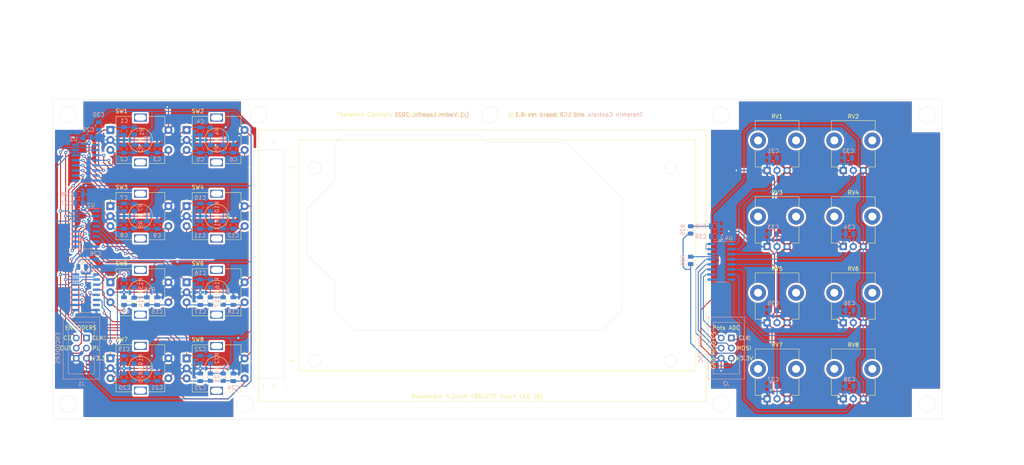
<source format=kicad_pcb>
(kicad_pcb (version 20171130) (host pcbnew "(5.1.7)-1")
  (title_block (title "Theremin LCD and Controls board") (date 2021-05-19) (rev 0.1) (company "Vadim Lopatin"))
  (layers (0 F.Cu signal) (31 B.Cu signal) (34 B.Paste user) (35 F.Paste user) (36 B.SilkS user) (37 F.SilkS user) (38 B.Mask user) (39 F.Mask user) (44 Edge.Cuts user))
  (net 0 "")
  (net 1 +3V3)
  (net 2 GND)
  (net 3 "Net-(U1-Pad7)")
  (net 4 /ENC1A)
  (net 5 /ENC1B)
  (net 6 /ENC1S)
  (net 7 /ENC2A)
  (net 8 /ENC2B)
  (net 9 /ENC2S)
  (net 10 /ENC3A)
  (net 11 /ENC3B)
  (net 12 /ENC3S)
  (net 13 /ENC4A)
  (net 14 /ENC4B)
  (net 15 /ENC4S)
  (net 16 /ENC5A)
  (net 17 /ENC5B)
  (net 18 /ENC5S)
  (net 19 /ENC6A)
  (net 20 /ENC6B)
  (net 21 /ENC6S)
  (net 22 /ENC7A)
  (net 23 /ENC7B)
  (net 24 /ENC7S)
  (net 25 /ENC8A)
  (net 26 /ENC8B)
  (net 27 /ENC8S)
  (net 28 /CE)
  (net 29 /CLK)
  (net 30 /PL)
  (net 31 "Net-(U2-Pad7)")
  (net 32 "Net-(U3-Pad7)")
  (net 33 /SOUT)
  (net 34 /SOUT1)
  (net 35 /SOUT2)
  (net 36 GNDA)
  (net 37 /POT1)
  (net 38 +3.3VA)
  (net 39 /POT2)
  (net 40 /POT3)
  (net 41 /POT4)
  (net 42 /POT5)
  (net 43 /POT6)
  (net 44 /POT7)
  (net 45 /POT8)
  (net 46 /ADC_MISO)
  (net 47 /ADC_CS)
  (net 48 +3.3VADC)
  (net 49 /ADC_MOSI)
  (net 50 /ADC_CLK)
  (module Package_SO:SOIC-16_3.9x9.9mm_P1.27mm (layer B.Cu) (at 201.93 73.66 180)
    (fp_text reference U4 (at -1.905 5.9) (layer B.SilkS) (effects (justify mirror)))
    (fp_text value MCP3208)
    (pad 16 smd roundrect (at 2.475 4.445 180) (size 1.95 0.6) (layers B.Cu B.Paste B.Mask) (net 38 +3.3VA))
    (pad 15 smd roundrect (at 2.475 3.175 180) (size 1.95 0.6) (layers B.Cu B.Paste B.Mask) (net 38 +3.3VA))
    (pad 14 smd roundrect (at 2.475 1.905 180) (size 1.95 0.6) (layers B.Cu B.Paste B.Mask) (net 36 GNDA))
    (pad 13 smd roundrect (at 2.475 0.635 180) (size 1.95 0.6) (layers B.Cu B.Paste B.Mask) (net 50 /ADC_CLK))
    (pad 12 smd roundrect (at 2.475 -0.635 180) (size 1.95 0.6) (layers B.Cu B.Paste B.Mask) (net 46 /ADC_MISO))
    (pad 11 smd roundrect (at 2.475 -1.905 180) (size 1.95 0.6) (layers B.Cu B.Paste B.Mask) (net 49 /ADC_MOSI))
    (pad 10 smd roundrect (at 2.475 -3.175 180) (size 1.95 0.6) (layers B.Cu B.Paste B.Mask) (net 47 /ADC_CS))
    (pad 9 smd roundrect (at 2.475 -4.445 180) (size 1.95 0.6) (layers B.Cu B.Paste B.Mask) (net 36 GNDA))
    (pad 8 smd roundrect (at -2.475 -4.445 180) (size 1.95 0.6) (layers B.Cu B.Paste B.Mask) (net 45 /POT8))
    (pad 7 smd roundrect (at -2.475 -3.175 180) (size 1.95 0.6) (layers B.Cu B.Paste B.Mask) (net 44 /POT7))
    (pad 6 smd roundrect (at -2.475 -1.905 180) (size 1.95 0.6) (layers B.Cu B.Paste B.Mask) (net 43 /POT6))
    (pad 5 smd roundrect (at -2.475 -0.635 180) (size 1.95 0.6) (layers B.Cu B.Paste B.Mask) (net 42 /POT5))
    (pad 4 smd roundrect (at -2.475 0.635 180) (size 1.95 0.6) (layers B.Cu B.Paste B.Mask) (net 41 /POT4))
    (pad 3 smd roundrect (at -2.475 1.905 180) (size 1.95 0.6) (layers B.Cu B.Paste B.Mask) (net 40 /POT3))
    (pad 2 smd roundrect (at -2.475 3.175 180) (size 1.95 0.6) (layers B.Cu B.Paste B.Mask) (net 39 /POT2))
    (pad 1 smd roundrect (at -2.475 4.445 180) (size 1.95 0.6) (layers B.Cu B.Paste B.Mask) (net 37 /POT1))
  )
  (module Resistor_SMD:R_0805_2012Metric (layer B.Cu) (at 194.31 73.3025 90)
    (fp_text reference R26 (at 0 -1.905 90) (layer B.SilkS) (effects (justify mirror)))
    (fp_text value 4.7K)
    (pad 2 smd roundrect (at 0.9125 0 90) (size 1.025 1.4) (layers B.Cu B.Paste B.Mask) (roundrect_rratio 0.243902) (net 46 /ADC_MISO))
    (pad 1 smd roundrect (at -0.9125 0 90) (size 1.025 1.4) (layers B.Cu B.Paste B.Mask) (roundrect_rratio 0.243902) (net 48 +3.3VADC))
  )
  (module Resistor_SMD:R_0805_2012Metric (layer B.Cu) (at 194.31 65.6825 90)
    (fp_text reference R25 (at 0 -1.905 90) (layer B.SilkS) (effects (justify mirror)))
    (fp_text value 10)
    (pad 2 smd roundrect (at 0.9125 0 90) (size 1.025 1.4) (layers B.Cu B.Paste B.Mask) (roundrect_rratio 0.243902) (net 38 +3.3VA))
    (pad 1 smd roundrect (at -0.9125 0 90) (size 1.025 1.4) (layers B.Cu B.Paste B.Mask) (roundrect_rratio 0.243902) (net 48 +3.3VADC))
  )
  (module Capacitor_SMD:C_0805_2012Metric (layer B.Cu) (at 200.345 64.77)
    (fp_text reference C40 (at -3.495 0) (layer B.SilkS) (effects (justify mirror)))
    (fp_text value 10uF)
    (pad 2 smd roundrect (at 0.95 0) (size 1 1.45) (layers B.Cu B.Paste B.Mask) (net 36 GNDA))
    (pad 1 smd roundrect (at -0.95 0) (size 1 1.45) (layers B.Cu B.Paste B.Mask) (net 38 +3.3VA))
  )
  (module Capacitor_SMD:C_0805_2012Metric (layer B.Cu) (at 200.345 67.31)
    (fp_text reference C39 (at -3.495 0) (layer B.SilkS) (effects (justify mirror)))
    (fp_text value 0.1uF)
    (pad 2 smd roundrect (at 0.95 0) (size 1 1.45) (layers B.Cu B.Paste B.Mask) (net 36 GNDA))
    (pad 1 smd roundrect (at -0.95 0) (size 1 1.45) (layers B.Cu B.Paste B.Mask) (net 38 +3.3VA))
  )
  (module Potentiometer_THT:Potentiometer_TT_P0915N (layer F.Cu) (at 232.45 107.95)
    (fp_text reference RV8 (at 2.5 -13.5) (layer F.SilkS))
    (fp_text value R_POT)
    (pad 1 thru_hole rect (at 0 0) (size 1.8 1.8) (drill 1) (layers *.Cu *.Mask) (net 36 GNDA))
    (pad 2 thru_hole circle (at 2.5 0) (size 1.8 1.8) (drill 1) (layers *.Cu *.Mask) (net 45 /POT8))
    (pad 3 thru_hole circle (at 5 0) (size 1.8 1.8) (drill 1) (layers *.Cu *.Mask) (net 38 +3.3VA))
    (pad "" thru_hole oval (at -2.25 -7.5) (size 4 4) (drill 2) (layers *.Cu *.Mask))
    (pad "" thru_hole oval (at 7.25 -7.5) (size 4 4) (drill 2) (layers *.Cu *.Mask))
  )
  (module Capacitor_SMD:C_0805_2012Metric (layer B.Cu) (at 234 104.775 180)
    (fp_text reference C38 (at 0 1.68) (layer B.SilkS) (effects (justify mirror)))
    (fp_text value 0.1uF)
    (pad 2 smd roundrect (at 0.95 0 180) (size 1 1.45) (layers B.Cu B.Paste B.Mask) (net 36 GNDA))
    (pad 1 smd roundrect (at -0.95 0 180) (size 1 1.45) (layers B.Cu B.Paste B.Mask) (net 45 /POT8))
  )
  (module Potentiometer_THT:Potentiometer_TT_P0915N (layer F.Cu) (at 213.4 107.95)
    (fp_text reference RV7 (at 2.5 -13.5) (layer F.SilkS))
    (fp_text value R_POT)
    (pad 1 thru_hole rect (at 0 0) (size 1.8 1.8) (drill 1) (layers *.Cu *.Mask) (net 36 GNDA))
    (pad 2 thru_hole circle (at 2.5 0) (size 1.8 1.8) (drill 1) (layers *.Cu *.Mask) (net 44 /POT7))
    (pad 3 thru_hole circle (at 5 0) (size 1.8 1.8) (drill 1) (layers *.Cu *.Mask) (net 38 +3.3VA))
    (pad "" thru_hole oval (at -2.25 -7.5) (size 4 4) (drill 2) (layers *.Cu *.Mask))
    (pad "" thru_hole oval (at 7.25 -7.5) (size 4 4) (drill 2) (layers *.Cu *.Mask))
  )
  (module Capacitor_SMD:C_0805_2012Metric (layer B.Cu) (at 214.95 104.775 180)
    (fp_text reference C37 (at 0 1.68) (layer B.SilkS) (effects (justify mirror)))
    (fp_text value 0.1uF)
    (pad 2 smd roundrect (at 0.95 0 180) (size 1 1.45) (layers B.Cu B.Paste B.Mask) (net 36 GNDA))
    (pad 1 smd roundrect (at -0.95 0 180) (size 1 1.45) (layers B.Cu B.Paste B.Mask) (net 44 /POT7))
  )
  (module Potentiometer_THT:Potentiometer_TT_P0915N (layer F.Cu) (at 232.45 88.9)
    (fp_text reference RV6 (at 2.5 -13.5) (layer F.SilkS))
    (fp_text value R_POT)
    (pad 1 thru_hole rect (at 0 0) (size 1.8 1.8) (drill 1) (layers *.Cu *.Mask) (net 36 GNDA))
    (pad 2 thru_hole circle (at 2.5 0) (size 1.8 1.8) (drill 1) (layers *.Cu *.Mask) (net 43 /POT6))
    (pad 3 thru_hole circle (at 5 0) (size 1.8 1.8) (drill 1) (layers *.Cu *.Mask) (net 38 +3.3VA))
    (pad "" thru_hole oval (at -2.25 -7.5) (size 4 4) (drill 2) (layers *.Cu *.Mask))
    (pad "" thru_hole oval (at 7.25 -7.5) (size 4 4) (drill 2) (layers *.Cu *.Mask))
  )
  (module Capacitor_SMD:C_0805_2012Metric (layer B.Cu) (at 234 85.725 180)
    (fp_text reference C36 (at 0 1.68) (layer B.SilkS) (effects (justify mirror)))
    (fp_text value 0.1uF)
    (pad 2 smd roundrect (at 0.95 0 180) (size 1 1.45) (layers B.Cu B.Paste B.Mask) (net 36 GNDA))
    (pad 1 smd roundrect (at -0.95 0 180) (size 1 1.45) (layers B.Cu B.Paste B.Mask) (net 43 /POT6))
  )
  (module Potentiometer_THT:Potentiometer_TT_P0915N (layer F.Cu) (at 213.4 88.9)
    (fp_text reference RV5 (at 2.5 -13.5) (layer F.SilkS))
    (fp_text value R_POT)
    (pad 1 thru_hole rect (at 0 0) (size 1.8 1.8) (drill 1) (layers *.Cu *.Mask) (net 36 GNDA))
    (pad 2 thru_hole circle (at 2.5 0) (size 1.8 1.8) (drill 1) (layers *.Cu *.Mask) (net 42 /POT5))
    (pad 3 thru_hole circle (at 5 0) (size 1.8 1.8) (drill 1) (layers *.Cu *.Mask) (net 38 +3.3VA))
    (pad "" thru_hole oval (at -2.25 -7.5) (size 4 4) (drill 2) (layers *.Cu *.Mask))
    (pad "" thru_hole oval (at 7.25 -7.5) (size 4 4) (drill 2) (layers *.Cu *.Mask))
  )
  (module Capacitor_SMD:C_0805_2012Metric (layer B.Cu) (at 214.95 85.725 180)
    (fp_text reference C35 (at 0 1.68) (layer B.SilkS) (effects (justify mirror)))
    (fp_text value 0.1uF)
    (pad 2 smd roundrect (at 0.95 0 180) (size 1 1.45) (layers B.Cu B.Paste B.Mask) (net 36 GNDA))
    (pad 1 smd roundrect (at -0.95 0 180) (size 1 1.45) (layers B.Cu B.Paste B.Mask) (net 42 /POT5))
  )
  (module Potentiometer_THT:Potentiometer_TT_P0915N (layer F.Cu) (at 232.45 69.85)
    (fp_text reference RV4 (at 2.5 -13.5) (layer F.SilkS))
    (fp_text value R_POT)
    (pad 1 thru_hole rect (at 0 0) (size 1.8 1.8) (drill 1) (layers *.Cu *.Mask) (net 36 GNDA))
    (pad 2 thru_hole circle (at 2.5 0) (size 1.8 1.8) (drill 1) (layers *.Cu *.Mask) (net 41 /POT4))
    (pad 3 thru_hole circle (at 5 0) (size 1.8 1.8) (drill 1) (layers *.Cu *.Mask) (net 38 +3.3VA))
    (pad "" thru_hole oval (at -2.25 -7.5) (size 4 4) (drill 2) (layers *.Cu *.Mask))
    (pad "" thru_hole oval (at 7.25 -7.5) (size 4 4) (drill 2) (layers *.Cu *.Mask))
  )
  (module Capacitor_SMD:C_0805_2012Metric (layer B.Cu) (at 234 66.675 180)
    (fp_text reference C34 (at 0 1.68) (layer B.SilkS) (effects (justify mirror)))
    (fp_text value 0.1uF)
    (pad 2 smd roundrect (at 0.95 0 180) (size 1 1.45) (layers B.Cu B.Paste B.Mask) (net 36 GNDA))
    (pad 1 smd roundrect (at -0.95 0 180) (size 1 1.45) (layers B.Cu B.Paste B.Mask) (net 41 /POT4))
  )
  (module Potentiometer_THT:Potentiometer_TT_P0915N (layer F.Cu) (at 213.4 69.85)
    (fp_text reference RV3 (at 2.5 -13.5) (layer F.SilkS))
    (fp_text value R_POT)
    (pad 1 thru_hole rect (at 0 0) (size 1.8 1.8) (drill 1) (layers *.Cu *.Mask) (net 36 GNDA))
    (pad 2 thru_hole circle (at 2.5 0) (size 1.8 1.8) (drill 1) (layers *.Cu *.Mask) (net 40 /POT3))
    (pad 3 thru_hole circle (at 5 0) (size 1.8 1.8) (drill 1) (layers *.Cu *.Mask) (net 38 +3.3VA))
    (pad "" thru_hole oval (at -2.25 -7.5) (size 4 4) (drill 2) (layers *.Cu *.Mask))
    (pad "" thru_hole oval (at 7.25 -7.5) (size 4 4) (drill 2) (layers *.Cu *.Mask))
  )
  (module Capacitor_SMD:C_0805_2012Metric (layer B.Cu) (at 214.95 66.675 180)
    (fp_text reference C33 (at 0 1.68) (layer B.SilkS) (effects (justify mirror)))
    (fp_text value 0.1uF)
    (pad 2 smd roundrect (at 0.95 0 180) (size 1 1.45) (layers B.Cu B.Paste B.Mask) (net 36 GNDA))
    (pad 1 smd roundrect (at -0.95 0 180) (size 1 1.45) (layers B.Cu B.Paste B.Mask) (net 40 /POT3))
  )
  (module Potentiometer_THT:Potentiometer_TT_P0915N (layer F.Cu) (at 232.45 50.8)
    (fp_text reference RV2 (at 2.5 -13.5) (layer F.SilkS))
    (fp_text value R_POT)
    (pad 1 thru_hole rect (at 0 0) (size 1.8 1.8) (drill 1) (layers *.Cu *.Mask) (net 36 GNDA))
    (pad 2 thru_hole circle (at 2.5 0) (size 1.8 1.8) (drill 1) (layers *.Cu *.Mask) (net 39 /POT2))
    (pad 3 thru_hole circle (at 5 0) (size 1.8 1.8) (drill 1) (layers *.Cu *.Mask) (net 38 +3.3VA))
    (pad "" thru_hole oval (at -2.25 -7.5) (size 4 4) (drill 2) (layers *.Cu *.Mask))
    (pad "" thru_hole oval (at 7.25 -7.5) (size 4 4) (drill 2) (layers *.Cu *.Mask))
  )
  (module Capacitor_SMD:C_0805_2012Metric (layer B.Cu) (at 233.68 47.625 180)
    (fp_text reference C32 (at 0 1.68) (layer B.SilkS) (effects (justify mirror)))
    (fp_text value 0.1uF)
    (pad 2 smd roundrect (at 0.95 0 180) (size 1 1.45) (layers B.Cu B.Paste B.Mask) (net 36 GNDA))
    (pad 1 smd roundrect (at -0.95 0 180) (size 1 1.45) (layers B.Cu B.Paste B.Mask) (net 39 /POT2))
  )
  (module Capacitor_SMD:C_0805_2012Metric (layer B.Cu) (at 214.95 47.625 180)
    (fp_text reference C31 (at 0 1.68) (layer B.SilkS) (effects (justify mirror)))
    (fp_text value 0.1uF)
    (pad 2 smd roundrect (at 0.95 0 180) (size 1 1.45) (layers B.Cu B.Paste B.Mask) (net 36 GNDA))
    (pad 1 smd roundrect (at -0.95 0 180) (size 1 1.45) (layers B.Cu B.Paste B.Mask) (net 37 /POT1))
  )
  (module Package_SO:SO-16_3.9x9.9mm_P1.27mm (layer B.Cu) (at 43.145 48.895 180)
    (fp_text reference U3 (at 3.013 5.969) (layer B.SilkS) (effects (justify mirror)))
    (fp_text value 74HC165)
    (pad 16 smd roundrect (at 2.575 4.445 180) (size 1.75 0.6) (layers B.Cu B.Paste B.Mask) (net 1 +3V3))
    (pad 15 smd roundrect (at 2.575 3.175 180) (size 1.75 0.6) (layers B.Cu B.Paste B.Mask) (net 28 /CE))
    (pad 14 smd roundrect (at 2.575 1.905 180) (size 1.75 0.6) (layers B.Cu B.Paste B.Mask) (net 8 /ENC2B))
    (pad 13 smd roundrect (at 2.575 0.635 180) (size 1.75 0.6) (layers B.Cu B.Paste B.Mask) (net 9 /ENC2S))
    (pad 12 smd roundrect (at 2.575 -0.635 180) (size 1.75 0.6) (layers B.Cu B.Paste B.Mask) (net 10 /ENC3A))
    (pad 11 smd roundrect (at 2.575 -1.905 180) (size 1.75 0.6) (layers B.Cu B.Paste B.Mask) (net 11 /ENC3B))
    (pad 10 smd roundrect (at 2.575 -3.175 180) (size 1.75 0.6) (layers B.Cu B.Paste B.Mask) (net 35 /SOUT2))
    (pad 9 smd roundrect (at 2.575 -4.445 180) (size 1.75 0.6) (layers B.Cu B.Paste B.Mask) (net 33 /SOUT))
    (pad 8 smd roundrect (at -2.575 -4.445 180) (size 1.75 0.6) (layers B.Cu B.Paste B.Mask) (net 2 GND))
    (pad 7 smd roundrect (at -2.575 -3.175 180) (size 1.75 0.6) (layers B.Cu B.Paste B.Mask) (net 32 "Net-(U3-Pad7)"))
    (pad 6 smd roundrect (at -2.575 -1.905 180) (size 1.75 0.6) (layers B.Cu B.Paste B.Mask) (net 4 /ENC1A))
    (pad 5 smd roundrect (at -2.575 -0.635 180) (size 1.75 0.6) (layers B.Cu B.Paste B.Mask) (net 5 /ENC1B))
    (pad 4 smd roundrect (at -2.575 0.635 180) (size 1.75 0.6) (layers B.Cu B.Paste B.Mask) (net 6 /ENC1S))
    (pad 3 smd roundrect (at -2.575 1.905 180) (size 1.75 0.6) (layers B.Cu B.Paste B.Mask) (net 7 /ENC2A))
    (pad 2 smd roundrect (at -2.575 3.175 180) (size 1.75 0.6) (layers B.Cu B.Paste B.Mask) (net 29 /CLK))
    (pad 1 smd roundrect (at -2.575 4.445 180) (size 1.75 0.6) (layers B.Cu B.Paste B.Mask) (net 30 /PL))
  )
  (module Capacitor_SMD:C_0805_2012Metric (layer B.Cu) (at 46.355 39.69 270)
    (fp_text reference C30 (at -2.855 0 180) (layer B.SilkS) (effects (justify mirror)))
    (fp_text value 4.7uF)
    (pad 2 smd roundrect (at 0.95 0 270) (size 1 1.45) (layers B.Cu B.Paste B.Mask) (net 2 GND))
    (pad 1 smd roundrect (at -0.95 0 270) (size 1 1.45) (layers B.Cu B.Paste B.Mask) (net 1 +3V3))
  )
  (module Capacitor_SMD:C_0805_2012Metric (layer B.Cu) (at 43.5 42.545)
    (fp_text reference C29 (at 0.315 -1.905) (layer B.SilkS) (effects (justify mirror)))
    (fp_text value 0.1uF)
    (pad 2 smd roundrect (at 0.95 0) (size 1 1.45) (layers B.Cu B.Paste B.Mask) (net 2 GND))
    (pad 1 smd roundrect (at -0.95 0) (size 1 1.45) (layers B.Cu B.Paste B.Mask) (net 1 +3V3))
  )
  (module Package_SO:SO-16_3.9x9.9mm_P1.27mm (layer B.Cu) (at 43.145 65.405 180)
    (fp_text reference U2 (at -1.305 5.9) (layer B.SilkS) (effects (justify mirror)))
    (fp_text value 74HC165)
    (pad 16 smd roundrect (at 2.575 4.445 180) (size 1.75 0.6) (layers B.Cu B.Paste B.Mask) (net 1 +3V3))
    (pad 15 smd roundrect (at 2.575 3.175 180) (size 1.75 0.6) (layers B.Cu B.Paste B.Mask) (net 28 /CE))
    (pad 14 smd roundrect (at 2.575 1.905 180) (size 1.75 0.6) (layers B.Cu B.Paste B.Mask) (net 16 /ENC5A))
    (pad 13 smd roundrect (at 2.575 0.635 180) (size 1.75 0.6) (layers B.Cu B.Paste B.Mask) (net 17 /ENC5B))
    (pad 12 smd roundrect (at 2.575 -0.635 180) (size 1.75 0.6) (layers B.Cu B.Paste B.Mask) (net 18 /ENC5S))
    (pad 11 smd roundrect (at 2.575 -1.905 180) (size 1.75 0.6) (layers B.Cu B.Paste B.Mask) (net 19 /ENC6A))
    (pad 10 smd roundrect (at 2.575 -3.175 180) (size 1.75 0.6) (layers B.Cu B.Paste B.Mask) (net 34 /SOUT1))
    (pad 9 smd roundrect (at 2.575 -4.445 180) (size 1.75 0.6) (layers B.Cu B.Paste B.Mask) (net 35 /SOUT2))
    (pad 8 smd roundrect (at -2.575 -4.445 180) (size 1.75 0.6) (layers B.Cu B.Paste B.Mask) (net 2 GND))
    (pad 7 smd roundrect (at -2.575 -3.175 180) (size 1.75 0.6) (layers B.Cu B.Paste B.Mask) (net 31 "Net-(U2-Pad7)"))
    (pad 6 smd roundrect (at -2.575 -1.905 180) (size 1.75 0.6) (layers B.Cu B.Paste B.Mask) (net 12 /ENC3S))
    (pad 5 smd roundrect (at -2.575 -0.635 180) (size 1.75 0.6) (layers B.Cu B.Paste B.Mask) (net 13 /ENC4A))
    (pad 4 smd roundrect (at -2.575 0.635 180) (size 1.75 0.6) (layers B.Cu B.Paste B.Mask) (net 14 /ENC4B))
    (pad 3 smd roundrect (at -2.575 1.905 180) (size 1.75 0.6) (layers B.Cu B.Paste B.Mask) (net 15 /ENC4S))
    (pad 2 smd roundrect (at -2.575 3.175 180) (size 1.75 0.6) (layers B.Cu B.Paste B.Mask) (net 29 /CLK))
    (pad 1 smd roundrect (at -2.575 4.445 180) (size 1.75 0.6) (layers B.Cu B.Paste B.Mask) (net 30 /PL))
  )
  (module Capacitor_SMD:C_0805_2012Metric (layer B.Cu) (at 41.463 56.769)
    (fp_text reference C28 (at -3.048 0) (layer B.SilkS) (effects (justify mirror)))
    (fp_text value 4.7uF)
    (pad 2 smd roundrect (at 0.95 0) (size 1 1.45) (layers B.Cu B.Paste B.Mask) (net 2 GND))
    (pad 1 smd roundrect (at -0.95 0) (size 1 1.45) (layers B.Cu B.Paste B.Mask) (net 1 +3V3))
  )
  (module Capacitor_SMD:C_0805_2012Metric (layer B.Cu) (at 41.463 58.928)
    (fp_text reference C27 (at -3.048 0.127) (layer B.SilkS) (effects (justify mirror)))
    (fp_text value 0.1uF)
    (pad 2 smd roundrect (at 0.95 0) (size 1 1.45) (layers B.Cu B.Paste B.Mask) (net 2 GND))
    (pad 1 smd roundrect (at -0.95 0) (size 1 1.45) (layers B.Cu B.Paste B.Mask) (net 1 +3V3))
  )
  (module Package_SO:SO-16_3.9x9.9mm_P1.27mm (layer B.Cu) (at 43.215 81.28 180)
    (fp_text reference U1 (at -1.235 5.9) (layer B.SilkS) (effects (justify mirror)))
    (fp_text value 74HC165)
    (pad 16 smd roundrect (at 2.575 4.445 180) (size 1.75 0.6) (layers B.Cu B.Paste B.Mask) (net 1 +3V3))
    (pad 15 smd roundrect (at 2.575 3.175 180) (size 1.75 0.6) (layers B.Cu B.Paste B.Mask) (net 28 /CE))
    (pad 14 smd roundrect (at 2.575 1.905 180) (size 1.75 0.6) (layers B.Cu B.Paste B.Mask) (net 24 /ENC7S))
    (pad 13 smd roundrect (at 2.575 0.635 180) (size 1.75 0.6) (layers B.Cu B.Paste B.Mask) (net 25 /ENC8A))
    (pad 12 smd roundrect (at 2.575 -0.635 180) (size 1.75 0.6) (layers B.Cu B.Paste B.Mask) (net 26 /ENC8B))
    (pad 11 smd roundrect (at 2.575 -1.905 180) (size 1.75 0.6) (layers B.Cu B.Paste B.Mask) (net 27 /ENC8S))
    (pad 10 smd roundrect (at 2.575 -3.175 180) (size 1.75 0.6) (layers B.Cu B.Paste B.Mask) (net 2 GND))
    (pad 9 smd roundrect (at 2.575 -4.445 180) (size 1.75 0.6) (layers B.Cu B.Paste B.Mask) (net 34 /SOUT1))
    (pad 8 smd roundrect (at -2.575 -4.445 180) (size 1.75 0.6) (layers B.Cu B.Paste B.Mask) (net 2 GND))
    (pad 7 smd roundrect (at -2.575 -3.175 180) (size 1.75 0.6) (layers B.Cu B.Paste B.Mask) (net 3 "Net-(U1-Pad7)"))
    (pad 6 smd roundrect (at -2.575 -1.905 180) (size 1.75 0.6) (layers B.Cu B.Paste B.Mask) (net 20 /ENC6B))
    (pad 5 smd roundrect (at -2.575 -0.635 180) (size 1.75 0.6) (layers B.Cu B.Paste B.Mask) (net 21 /ENC6S))
    (pad 4 smd roundrect (at -2.575 0.635 180) (size 1.75 0.6) (layers B.Cu B.Paste B.Mask) (net 22 /ENC7A))
    (pad 3 smd roundrect (at -2.575 1.905 180) (size 1.75 0.6) (layers B.Cu B.Paste B.Mask) (net 23 /ENC7B))
    (pad 2 smd roundrect (at -2.575 3.175 180) (size 1.75 0.6) (layers B.Cu B.Paste B.Mask) (net 29 /CLK))
    (pad 1 smd roundrect (at -2.575 4.445 180) (size 1.75 0.6) (layers B.Cu B.Paste B.Mask) (net 30 /PL))
  )
  (module Capacitor_SMD:C_0805_2012Metric (layer B.Cu) (at 45.72 73.98 270)
    (fp_text reference C26 (at -2.352 0.127 180) (layer B.SilkS) (effects (justify mirror)))
    (fp_text value 4.7uF)
    (pad 2 smd roundrect (at 0.95 0 270) (size 1 1.45) (layers B.Cu B.Paste B.Mask) (net 2 GND))
    (pad 1 smd roundrect (at -0.95 0 270) (size 1 1.45) (layers B.Cu B.Paste B.Mask) (net 1 +3V3))
  )
  (module Capacitor_SMD:C_0805_2012Metric (layer B.Cu) (at 42.23 74.93)
    (fp_text reference C25 (at 0.188 -1.651) (layer B.SilkS) (effects (justify mirror)))
    (fp_text value 0.1uF)
    (pad 2 smd roundrect (at 0.95 0) (size 1 1.45) (layers B.Cu B.Paste B.Mask) (net 2 GND))
    (pad 1 smd roundrect (at -0.95 0) (size 1 1.45) (layers B.Cu B.Paste B.Mask) (net 1 +3V3))
  )
  (module Rotary_Encoder:RotaryEncoder_Alps_EC11E-Switch_Vertical_H20mm (layer F.Cu) (at 68.34 97.83)
    (fp_text reference SW8 (at 2.8 -4.7) (layer F.SilkS))
    (fp_text value EC11E)
    (pad A thru_hole rect (at 0 0) (size 2 2) (drill 1) (layers *.Cu *.Mask) (net 25 /ENC8A))
    (pad C thru_hole circle (at 0 2.5) (size 2 2) (drill 1) (layers *.Cu *.Mask) (net 2 GND))
    (pad B thru_hole circle (at 0 5) (size 2 2) (drill 1) (layers *.Cu *.Mask) (net 26 /ENC8B))
    (pad MP thru_hole rect (at 7.5 -3.1) (size 3.2 2) (drill oval 2.8 1.5) (layers *.Cu *.Mask))
    (pad MP thru_hole rect (at 7.5 8.1) (size 3.2 2) (drill oval 2.8 1.5) (layers *.Cu *.Mask))
    (pad S2 thru_hole circle (at 14.5 0) (size 2 2) (drill 1) (layers *.Cu *.Mask) (net 2 GND))
    (pad S1 thru_hole circle (at 14.5 5) (size 2 2) (drill 1) (layers *.Cu *.Mask) (net 27 /ENC8S))
  )
  (module Resistor_SMD:R_0805_2012Metric (layer B.Cu) (at 77.47 102.5125 270)
    (fp_text reference R24 (at -2.4365 -0.254 180) (layer B.SilkS) (effects (justify mirror)))
    (fp_text value 10K)
    (pad 2 smd roundrect (at 0.9125 0 270) (size 1.025 1.4) (layers B.Cu B.Paste B.Mask) (roundrect_rratio 0.243902) (net 27 /ENC8S))
    (pad 1 smd roundrect (at -0.9125 0 270) (size 1.025 1.4) (layers B.Cu B.Paste B.Mask) (roundrect_rratio 0.243902) (net 1 +3V3))
  )
  (module Resistor_SMD:R_0805_2012Metric (layer B.Cu) (at 74.295 102.5125 270)
    (fp_text reference R23 (at -0.1505 -1.651 90) (layer B.SilkS) (effects (justify mirror)))
    (fp_text value 10K)
    (pad 2 smd roundrect (at 0.9125 0 270) (size 1.025 1.4) (layers B.Cu B.Paste B.Mask) (roundrect_rratio 0.243902) (net 26 /ENC8B))
    (pad 1 smd roundrect (at -0.9125 0 270) (size 1.025 1.4) (layers B.Cu B.Paste B.Mask) (roundrect_rratio 0.243902) (net 1 +3V3))
  )
  (module Resistor_SMD:R_0805_2012Metric (layer B.Cu) (at 74.295 98.1475 90)
    (fp_text reference R22 (at 0.3575 1.651 90) (layer B.SilkS) (effects (justify mirror)))
    (fp_text value 10K)
    (pad 2 smd roundrect (at 0.9125 0 90) (size 1.025 1.4) (layers B.Cu B.Paste B.Mask) (roundrect_rratio 0.243902) (net 25 /ENC8A))
    (pad 1 smd roundrect (at -0.9125 0 90) (size 1.025 1.4) (layers B.Cu B.Paste B.Mask) (roundrect_rratio 0.243902) (net 1 +3V3))
  )
  (module Capacitor_SMD:C_0805_2012Metric (layer B.Cu) (at 80.01 102.55 90)
    (fp_text reference C24 (at -2.606 0 180) (layer B.SilkS) (effects (justify mirror)))
    (fp_text value 0.1uF)
    (pad 2 smd roundrect (at 0.95 0 90) (size 1 1.45) (layers B.Cu B.Paste B.Mask) (net 2 GND))
    (pad 1 smd roundrect (at -0.95 0 90) (size 1 1.45) (layers B.Cu B.Paste B.Mask) (net 27 /ENC8S))
  )
  (module Capacitor_SMD:C_0805_2012Metric (layer B.Cu) (at 71.755 102.55 90)
    (fp_text reference C23 (at -2.606 0 180) (layer B.SilkS) (effects (justify mirror)))
    (fp_text value 0.1uF)
    (pad 2 smd roundrect (at 0.95 0 90) (size 1 1.45) (layers B.Cu B.Paste B.Mask) (net 2 GND))
    (pad 1 smd roundrect (at -0.95 0 90) (size 1 1.45) (layers B.Cu B.Paste B.Mask) (net 26 /ENC8B))
  )
  (module Capacitor_SMD:C_0805_2012Metric (layer B.Cu) (at 71.755 98.11 270)
    (fp_text reference C22 (at -2.606 0 180) (layer B.SilkS) (effects (justify mirror)))
    (fp_text value 0.1uF)
    (pad 2 smd roundrect (at 0.95 0 270) (size 1 1.45) (layers B.Cu B.Paste B.Mask) (net 2 GND))
    (pad 1 smd roundrect (at -0.95 0 270) (size 1 1.45) (layers B.Cu B.Paste B.Mask) (net 25 /ENC8A))
  )
  (module Rotary_Encoder:RotaryEncoder_Alps_EC11E-Switch_Vertical_H20mm (layer F.Cu) (at 49.29 97.79)
    (fp_text reference SW7 (at 2.8 -4.7) (layer F.SilkS))
    (fp_text value EC11E)
    (pad A thru_hole rect (at 0 0) (size 2 2) (drill 1) (layers *.Cu *.Mask) (net 22 /ENC7A))
    (pad C thru_hole circle (at 0 2.5) (size 2 2) (drill 1) (layers *.Cu *.Mask) (net 2 GND))
    (pad B thru_hole circle (at 0 5) (size 2 2) (drill 1) (layers *.Cu *.Mask) (net 23 /ENC7B))
    (pad MP thru_hole rect (at 7.5 -3.1) (size 3.2 2) (drill oval 2.8 1.5) (layers *.Cu *.Mask))
    (pad MP thru_hole rect (at 7.5 8.1) (size 3.2 2) (drill oval 2.8 1.5) (layers *.Cu *.Mask))
    (pad S2 thru_hole circle (at 14.5 0) (size 2 2) (drill 1) (layers *.Cu *.Mask) (net 2 GND))
    (pad S1 thru_hole circle (at 14.5 5) (size 2 2) (drill 1) (layers *.Cu *.Mask) (net 24 /ENC7S))
  )
  (module Resistor_SMD:R_0805_2012Metric (layer B.Cu) (at 58.42 102.5125 270)
    (fp_text reference R21 (at -2.1825 0 180) (layer B.SilkS) (effects (justify mirror)))
    (fp_text value 10K)
    (pad 2 smd roundrect (at 0.9125 0 270) (size 1.025 1.4) (layers B.Cu B.Paste B.Mask) (roundrect_rratio 0.243902) (net 24 /ENC7S))
    (pad 1 smd roundrect (at -0.9125 0 270) (size 1.025 1.4) (layers B.Cu B.Paste B.Mask) (roundrect_rratio 0.243902) (net 1 +3V3))
  )
  (module Resistor_SMD:R_0805_2012Metric (layer B.Cu) (at 55.245 102.5125 270)
    (fp_text reference R20 (at 0 -1.651 90) (layer B.SilkS) (effects (justify mirror)))
    (fp_text value 10K)
    (pad 2 smd roundrect (at 0.9125 0 270) (size 1.025 1.4) (layers B.Cu B.Paste B.Mask) (roundrect_rratio 0.243902) (net 23 /ENC7B))
    (pad 1 smd roundrect (at -0.9125 0 270) (size 1.025 1.4) (layers B.Cu B.Paste B.Mask) (roundrect_rratio 0.243902) (net 1 +3V3))
  )
  (module Resistor_SMD:R_0805_2012Metric (layer B.Cu) (at 55.245 98.1475 90)
    (fp_text reference R19 (at 0 1.65 90) (layer B.SilkS) (effects (justify mirror)))
    (fp_text value 10K)
    (pad 2 smd roundrect (at 0.9125 0 90) (size 1.025 1.4) (layers B.Cu B.Paste B.Mask) (roundrect_rratio 0.243902) (net 22 /ENC7A))
    (pad 1 smd roundrect (at -0.9125 0 90) (size 1.025 1.4) (layers B.Cu B.Paste B.Mask) (roundrect_rratio 0.243902) (net 1 +3V3))
  )
  (module Capacitor_SMD:C_0805_2012Metric (layer B.Cu) (at 60.96 102.55 90)
    (fp_text reference C21 (at -2.54 0 180) (layer B.SilkS) (effects (justify mirror)))
    (fp_text value 0.1uF)
    (pad 2 smd roundrect (at 0.95 0 90) (size 1 1.45) (layers B.Cu B.Paste B.Mask) (net 2 GND))
    (pad 1 smd roundrect (at -0.95 0 90) (size 1 1.45) (layers B.Cu B.Paste B.Mask) (net 24 /ENC7S))
  )
  (module Capacitor_SMD:C_0805_2012Metric (layer B.Cu) (at 52.705 102.55 90)
    (fp_text reference C20 (at -2.606 0.127 180) (layer B.SilkS) (effects (justify mirror)))
    (fp_text value 0.1uF)
    (pad 2 smd roundrect (at 0.95 0 90) (size 1 1.45) (layers B.Cu B.Paste B.Mask) (net 2 GND))
    (pad 1 smd roundrect (at -0.95 0 90) (size 1 1.45) (layers B.Cu B.Paste B.Mask) (net 23 /ENC7B))
  )
  (module Capacitor_SMD:C_0805_2012Metric (layer B.Cu) (at 52.705 98.11 270)
    (fp_text reference C19 (at -2.606 0 180) (layer B.SilkS) (effects (justify mirror)))
    (fp_text value 0.1uF)
    (pad 2 smd roundrect (at 0.95 0 270) (size 1 1.45) (layers B.Cu B.Paste B.Mask) (net 2 GND))
    (pad 1 smd roundrect (at -0.95 0 270) (size 1 1.45) (layers B.Cu B.Paste B.Mask) (net 22 /ENC7A))
  )
  (module Rotary_Encoder:RotaryEncoder_Alps_EC11E-Switch_Vertical_H20mm (layer F.Cu) (at 68.34 78.78)
    (fp_text reference SW6 (at 2.8 -4.7) (layer F.SilkS))
    (fp_text value EC11E)
    (pad A thru_hole rect (at 0 0) (size 2 2) (drill 1) (layers *.Cu *.Mask) (net 19 /ENC6A))
    (pad C thru_hole circle (at 0 2.5) (size 2 2) (drill 1) (layers *.Cu *.Mask) (net 2 GND))
    (pad B thru_hole circle (at 0 5) (size 2 2) (drill 1) (layers *.Cu *.Mask) (net 20 /ENC6B))
    (pad MP thru_hole rect (at 7.5 -3.1) (size 3.2 2) (drill oval 2.8 1.5) (layers *.Cu *.Mask))
    (pad MP thru_hole rect (at 7.5 8.1) (size 3.2 2) (drill oval 2.8 1.5) (layers *.Cu *.Mask))
    (pad S2 thru_hole circle (at 14.5 0) (size 2 2) (drill 1) (layers *.Cu *.Mask) (net 2 GND))
    (pad S1 thru_hole circle (at 14.5 5) (size 2 2) (drill 1) (layers *.Cu *.Mask) (net 21 /ENC6S))
  )
  (module Resistor_SMD:R_0805_2012Metric (layer B.Cu) (at 77.47 83.4625 270)
    (fp_text reference R18 (at -2.4365 -0.254 180) (layer B.SilkS) (effects (justify mirror)))
    (fp_text value 10K)
    (pad 2 smd roundrect (at 0.9125 0 270) (size 1.025 1.4) (layers B.Cu B.Paste B.Mask) (roundrect_rratio 0.243902) (net 21 /ENC6S))
    (pad 1 smd roundrect (at -0.9125 0 270) (size 1.025 1.4) (layers B.Cu B.Paste B.Mask) (roundrect_rratio 0.243902) (net 1 +3V3))
  )
  (module Resistor_SMD:R_0805_2012Metric (layer B.Cu) (at 74.295 83.4625 270)
    (fp_text reference R17 (at 0.1035 -1.651 90) (layer B.SilkS) (effects (justify mirror)))
    (fp_text value 10K)
    (pad 2 smd roundrect (at 0.9125 0 270) (size 1.025 1.4) (layers B.Cu B.Paste B.Mask) (roundrect_rratio 0.243902) (net 20 /ENC6B))
    (pad 1 smd roundrect (at -0.9125 0 270) (size 1.025 1.4) (layers B.Cu B.Paste B.Mask) (roundrect_rratio 0.243902) (net 1 +3V3))
  )
  (module Resistor_SMD:R_0805_2012Metric (layer B.Cu) (at 74.295 79.0975 90)
    (fp_text reference R16 (at 0.1035 1.651 90) (layer B.SilkS) (effects (justify mirror)))
    (fp_text value 10K)
    (pad 2 smd roundrect (at 0.9125 0 90) (size 1.025 1.4) (layers B.Cu B.Paste B.Mask) (roundrect_rratio 0.243902) (net 19 /ENC6A))
    (pad 1 smd roundrect (at -0.9125 0 90) (size 1.025 1.4) (layers B.Cu B.Paste B.Mask) (roundrect_rratio 0.243902) (net 1 +3V3))
  )
  (module Capacitor_SMD:C_0805_2012Metric (layer B.Cu) (at 80.01 83.5 90)
    (fp_text reference C18 (at -2.606 0 180) (layer B.SilkS) (effects (justify mirror)))
    (fp_text value 0.1uF)
    (pad 2 smd roundrect (at 0.95 0 90) (size 1 1.45) (layers B.Cu B.Paste B.Mask) (net 2 GND))
    (pad 1 smd roundrect (at -0.95 0 90) (size 1 1.45) (layers B.Cu B.Paste B.Mask) (net 21 /ENC6S))
  )
  (module Capacitor_SMD:C_0805_2012Metric (layer B.Cu) (at 71.755 83.5 90)
    (fp_text reference C17 (at -2.606 0 180) (layer B.SilkS) (effects (justify mirror)))
    (fp_text value 0.1uF)
    (pad 2 smd roundrect (at 0.95 0 90) (size 1 1.45) (layers B.Cu B.Paste B.Mask) (net 2 GND))
    (pad 1 smd roundrect (at -0.95 0 90) (size 1 1.45) (layers B.Cu B.Paste B.Mask) (net 20 /ENC6B))
  )
  (module Capacitor_SMD:C_0805_2012Metric (layer B.Cu) (at 71.755 79.06 270)
    (fp_text reference C16 (at -2.606 0 180) (layer B.SilkS) (effects (justify mirror)))
    (fp_text value 0.1uF)
    (pad 2 smd roundrect (at 0.95 0 270) (size 1 1.45) (layers B.Cu B.Paste B.Mask) (net 2 GND))
    (pad 1 smd roundrect (at -0.95 0 270) (size 1 1.45) (layers B.Cu B.Paste B.Mask) (net 19 /ENC6A))
  )
  (module Rotary_Encoder:RotaryEncoder_Alps_EC11E-Switch_Vertical_H20mm (layer F.Cu) (at 49.29 78.78)
    (fp_text reference SW5 (at 2.8 -4.7) (layer F.SilkS))
    (fp_text value EC11E)
    (pad A thru_hole rect (at 0 0) (size 2 2) (drill 1) (layers *.Cu *.Mask) (net 16 /ENC5A))
    (pad C thru_hole circle (at 0 2.5) (size 2 2) (drill 1) (layers *.Cu *.Mask) (net 2 GND))
    (pad B thru_hole circle (at 0 5) (size 2 2) (drill 1) (layers *.Cu *.Mask) (net 17 /ENC5B))
    (pad MP thru_hole rect (at 7.5 -3.1) (size 3.2 2) (drill oval 2.8 1.5) (layers *.Cu *.Mask))
    (pad MP thru_hole rect (at 7.5 8.1) (size 3.2 2) (drill oval 2.8 1.5) (layers *.Cu *.Mask))
    (pad S2 thru_hole circle (at 14.5 0) (size 2 2) (drill 1) (layers *.Cu *.Mask) (net 2 GND))
    (pad S1 thru_hole circle (at 14.5 5) (size 2 2) (drill 1) (layers *.Cu *.Mask) (net 18 /ENC5S))
  )
  (module Resistor_SMD:R_0805_2012Metric (layer B.Cu) (at 58.42 83.4625 270)
    (fp_text reference R15 (at -2.8175 -0.635 180) (layer B.SilkS) (effects (justify mirror)))
    (fp_text value 10K)
    (pad 2 smd roundrect (at 0.9125 0 270) (size 1.025 1.4) (layers B.Cu B.Paste B.Mask) (roundrect_rratio 0.243902) (net 18 /ENC5S))
    (pad 1 smd roundrect (at -0.9125 0 270) (size 1.025 1.4) (layers B.Cu B.Paste B.Mask) (roundrect_rratio 0.243902) (net 1 +3V3))
  )
  (module Resistor_SMD:R_0805_2012Metric (layer B.Cu) (at 55.245 83.566 270)
    (fp_text reference R14 (at 0 -1.651 90) (layer B.SilkS) (effects (justify mirror)))
    (fp_text value 10K)
    (pad 2 smd roundrect (at 0.9125 0 270) (size 1.025 1.4) (layers B.Cu B.Paste B.Mask) (roundrect_rratio 0.243902) (net 17 /ENC5B))
    (pad 1 smd roundrect (at -0.9125 0 270) (size 1.025 1.4) (layers B.Cu B.Paste B.Mask) (roundrect_rratio 0.243902) (net 1 +3V3))
  )
  (module Resistor_SMD:R_0805_2012Metric (layer B.Cu) (at 55.245 79.0975 90)
    (fp_text reference R13 (at 0 1.65 90) (layer B.SilkS) (effects (justify mirror)))
    (fp_text value 10K)
    (pad 2 smd roundrect (at 0.9125 0 90) (size 1.025 1.4) (layers B.Cu B.Paste B.Mask) (roundrect_rratio 0.243902) (net 16 /ENC5A))
    (pad 1 smd roundrect (at -0.9125 0 90) (size 1.025 1.4) (layers B.Cu B.Paste B.Mask) (roundrect_rratio 0.243902) (net 1 +3V3))
  )
  (module Capacitor_SMD:C_0805_2012Metric (layer B.Cu) (at 60.96 83.5 90)
    (fp_text reference C15 (at -2.606 0 180) (layer B.SilkS) (effects (justify mirror)))
    (fp_text value 0.1uF)
    (pad 2 smd roundrect (at 0.95 0 90) (size 1 1.45) (layers B.Cu B.Paste B.Mask) (net 2 GND))
    (pad 1 smd roundrect (at -0.95 0 90) (size 1 1.45) (layers B.Cu B.Paste B.Mask) (net 18 /ENC5S))
  )
  (module Capacitor_SMD:C_0805_2012Metric (layer B.Cu) (at 52.705 83.5 90)
    (fp_text reference C14 (at -2.606 0 180) (layer B.SilkS) (effects (justify mirror)))
    (fp_text value 0.1uF)
    (pad 2 smd roundrect (at 0.95 0 90) (size 1 1.45) (layers B.Cu B.Paste B.Mask) (net 2 GND))
    (pad 1 smd roundrect (at -0.95 0 90) (size 1 1.45) (layers B.Cu B.Paste B.Mask) (net 17 /ENC5B))
  )
  (module Capacitor_SMD:C_0805_2012Metric (layer B.Cu) (at 52.705 79.06 270)
    (fp_text reference C13 (at -2.606 0 180) (layer B.SilkS) (effects (justify mirror)))
    (fp_text value 0.1uF)
    (pad 2 smd roundrect (at 0.95 0 270) (size 1 1.45) (layers B.Cu B.Paste B.Mask) (net 2 GND))
    (pad 1 smd roundrect (at -0.95 0 270) (size 1 1.45) (layers B.Cu B.Paste B.Mask) (net 16 /ENC5A))
  )
  (module Rotary_Encoder:RotaryEncoder_Alps_EC11E-Switch_Vertical_H20mm (layer F.Cu) (at 68.34 59.73)
    (fp_text reference SW4 (at 2.8 -4.7) (layer F.SilkS))
    (fp_text value EC11E)
    (pad A thru_hole rect (at 0 0) (size 2 2) (drill 1) (layers *.Cu *.Mask) (net 13 /ENC4A))
    (pad C thru_hole circle (at 0 2.5) (size 2 2) (drill 1) (layers *.Cu *.Mask) (net 2 GND))
    (pad B thru_hole circle (at 0 5) (size 2 2) (drill 1) (layers *.Cu *.Mask) (net 14 /ENC4B))
    (pad MP thru_hole rect (at 7.5 -3.1) (size 3.2 2) (drill oval 2.8 1.5) (layers *.Cu *.Mask))
    (pad MP thru_hole rect (at 7.5 8.1) (size 3.2 2) (drill oval 2.8 1.5) (layers *.Cu *.Mask))
    (pad S2 thru_hole circle (at 14.5 0) (size 2 2) (drill 1) (layers *.Cu *.Mask) (net 2 GND))
    (pad S1 thru_hole circle (at 14.5 5) (size 2 2) (drill 1) (layers *.Cu *.Mask) (net 15 /ENC4S))
  )
  (module Resistor_SMD:R_0805_2012Metric (layer B.Cu) (at 77.47 64.4125 270)
    (fp_text reference R12 (at -2.1825 -0.254 180) (layer B.SilkS) (effects (justify mirror)))
    (fp_text value 10K)
    (pad 2 smd roundrect (at 0.9125 0 270) (size 1.025 1.4) (layers B.Cu B.Paste B.Mask) (roundrect_rratio 0.243902) (net 15 /ENC4S))
    (pad 1 smd roundrect (at -0.9125 0 270) (size 1.025 1.4) (layers B.Cu B.Paste B.Mask) (roundrect_rratio 0.243902) (net 1 +3V3))
  )
  (module Resistor_SMD:R_0805_2012Metric (layer B.Cu) (at 74.295 64.4125 270)
    (fp_text reference R11 (at 0 -1.651 90) (layer B.SilkS) (effects (justify mirror)))
    (fp_text value 10K)
    (pad 2 smd roundrect (at 0.9125 0 270) (size 1.025 1.4) (layers B.Cu B.Paste B.Mask) (roundrect_rratio 0.243902) (net 14 /ENC4B))
    (pad 1 smd roundrect (at -0.9125 0 270) (size 1.025 1.4) (layers B.Cu B.Paste B.Mask) (roundrect_rratio 0.243902) (net 1 +3V3))
  )
  (module Resistor_SMD:R_0805_2012Metric (layer B.Cu) (at 74.295 60.0475 90)
    (fp_text reference R10 (at 0.1035 1.651 270) (layer B.SilkS) (effects (justify mirror)))
    (fp_text value 10K)
    (pad 2 smd roundrect (at 0.9125 0 90) (size 1.025 1.4) (layers B.Cu B.Paste B.Mask) (roundrect_rratio 0.243902) (net 13 /ENC4A))
    (pad 1 smd roundrect (at -0.9125 0 90) (size 1.025 1.4) (layers B.Cu B.Paste B.Mask) (roundrect_rratio 0.243902) (net 1 +3V3))
  )
  (module Capacitor_SMD:C_0805_2012Metric (layer B.Cu) (at 80.01 64.45 90)
    (fp_text reference C12 (at -2.606 0 180) (layer B.SilkS) (effects (justify mirror)))
    (fp_text value 0.1uF)
    (pad 2 smd roundrect (at 0.95 0 90) (size 1 1.45) (layers B.Cu B.Paste B.Mask) (net 2 GND))
    (pad 1 smd roundrect (at -0.95 0 90) (size 1 1.45) (layers B.Cu B.Paste B.Mask) (net 15 /ENC4S))
  )
  (module Capacitor_SMD:C_0805_2012Metric (layer B.Cu) (at 71.755 64.45 90)
    (fp_text reference C11 (at -2.606 -0.127 180) (layer B.SilkS) (effects (justify mirror)))
    (fp_text value 0.1uF)
    (pad 2 smd roundrect (at 0.95 0 90) (size 1 1.45) (layers B.Cu B.Paste B.Mask) (net 2 GND))
    (pad 1 smd roundrect (at -0.95 0 90) (size 1 1.45) (layers B.Cu B.Paste B.Mask) (net 14 /ENC4B))
  )
  (module Capacitor_SMD:C_0805_2012Metric (layer B.Cu) (at 71.755 60.01 270)
    (fp_text reference C10 (at -2.352 0 180) (layer B.SilkS) (effects (justify mirror)))
    (fp_text value 0.1uF)
    (pad 2 smd roundrect (at 0.95 0 270) (size 1 1.45) (layers B.Cu B.Paste B.Mask) (net 2 GND))
    (pad 1 smd roundrect (at -0.95 0 270) (size 1 1.45) (layers B.Cu B.Paste B.Mask) (net 13 /ENC4A))
  )
  (module Rotary_Encoder:RotaryEncoder_Alps_EC11E-Switch_Vertical_H20mm (layer F.Cu) (at 49.29 59.73)
    (fp_text reference SW3 (at 2.8 -4.7) (layer F.SilkS))
    (fp_text value EC11E)
    (pad A thru_hole rect (at 0 0) (size 2 2) (drill 1) (layers *.Cu *.Mask) (net 10 /ENC3A))
    (pad C thru_hole circle (at 0 2.5) (size 2 2) (drill 1) (layers *.Cu *.Mask) (net 2 GND))
    (pad B thru_hole circle (at 0 5) (size 2 2) (drill 1) (layers *.Cu *.Mask) (net 11 /ENC3B))
    (pad MP thru_hole rect (at 7.5 -3.1) (size 3.2 2) (drill oval 2.8 1.5) (layers *.Cu *.Mask))
    (pad MP thru_hole rect (at 7.5 8.1) (size 3.2 2) (drill oval 2.8 1.5) (layers *.Cu *.Mask))
    (pad S2 thru_hole circle (at 14.5 0) (size 2 2) (drill 1) (layers *.Cu *.Mask) (net 2 GND))
    (pad S1 thru_hole circle (at 14.5 5) (size 2 2) (drill 1) (layers *.Cu *.Mask) (net 12 /ENC3S))
  )
  (module Resistor_SMD:R_0805_2012Metric (layer B.Cu) (at 58.42 64.4125 270)
    (fp_text reference R9 (at -2.4365 0 180) (layer B.SilkS) (effects (justify mirror)))
    (fp_text value 10K)
    (pad 2 smd roundrect (at 0.9125 0 270) (size 1.025 1.4) (layers B.Cu B.Paste B.Mask) (roundrect_rratio 0.243902) (net 12 /ENC3S))
    (pad 1 smd roundrect (at -0.9125 0 270) (size 1.025 1.4) (layers B.Cu B.Paste B.Mask) (roundrect_rratio 0.243902) (net 1 +3V3))
  )
  (module Resistor_SMD:R_0805_2012Metric (layer B.Cu) (at 55.245 64.4125 270)
    (fp_text reference R8 (at 0 -1.651 90) (layer B.SilkS) (effects (justify mirror)))
    (fp_text value 10K)
    (pad 2 smd roundrect (at 0.9125 0 270) (size 1.025 1.4) (layers B.Cu B.Paste B.Mask) (roundrect_rratio 0.243902) (net 11 /ENC3B))
    (pad 1 smd roundrect (at -0.9125 0 270) (size 1.025 1.4) (layers B.Cu B.Paste B.Mask) (roundrect_rratio 0.243902) (net 1 +3V3))
  )
  (module Resistor_SMD:R_0805_2012Metric (layer B.Cu) (at 55.245 60.0475 90)
    (fp_text reference R7 (at 0 1.65 90) (layer B.SilkS) (effects (justify mirror)))
    (fp_text value 10K)
    (pad 2 smd roundrect (at 0.9125 0 90) (size 1.025 1.4) (layers B.Cu B.Paste B.Mask) (roundrect_rratio 0.243902) (net 10 /ENC3A))
    (pad 1 smd roundrect (at -0.9125 0 90) (size 1.025 1.4) (layers B.Cu B.Paste B.Mask) (roundrect_rratio 0.243902) (net 1 +3V3))
  )
  (module Capacitor_SMD:C_0805_2012Metric (layer B.Cu) (at 60.96 64.45 90)
    (fp_text reference C9 (at -2.606 0 180) (layer B.SilkS) (effects (justify mirror)))
    (fp_text value 0.1uF)
    (pad 2 smd roundrect (at 0.95 0 90) (size 1 1.45) (layers B.Cu B.Paste B.Mask) (net 2 GND))
    (pad 1 smd roundrect (at -0.95 0 90) (size 1 1.45) (layers B.Cu B.Paste B.Mask) (net 12 /ENC3S))
  )
  (module Capacitor_SMD:C_0805_2012Metric (layer B.Cu) (at 52.705 64.45 90)
    (fp_text reference C8 (at -2.54 0 180) (layer B.SilkS) (effects (justify mirror)))
    (fp_text value 0.1uF)
    (pad 2 smd roundrect (at 0.95 0 90) (size 1 1.45) (layers B.Cu B.Paste B.Mask) (net 2 GND))
    (pad 1 smd roundrect (at -0.95 0 90) (size 1 1.45) (layers B.Cu B.Paste B.Mask) (net 11 /ENC3B))
  )
  (module Capacitor_SMD:C_0805_2012Metric (layer B.Cu) (at 52.705 60.01 270)
    (fp_text reference C7 (at -2.352 0 180) (layer B.SilkS) (effects (justify mirror)))
    (fp_text value 0.1uF)
    (pad 2 smd roundrect (at 0.95 0 270) (size 1 1.45) (layers B.Cu B.Paste B.Mask) (net 2 GND))
    (pad 1 smd roundrect (at -0.95 0 270) (size 1 1.45) (layers B.Cu B.Paste B.Mask) (net 10 /ENC3A))
  )
  (module Rotary_Encoder:RotaryEncoder_Alps_EC11E-Switch_Vertical_H20mm (layer F.Cu) (at 68.34 40.68)
    (fp_text reference SW2 (at 2.8 -4.7) (layer F.SilkS))
    (fp_text value EC11E)
    (pad A thru_hole rect (at 0 0) (size 2 2) (drill 1) (layers *.Cu *.Mask) (net 7 /ENC2A))
    (pad C thru_hole circle (at 0 2.5) (size 2 2) (drill 1) (layers *.Cu *.Mask) (net 2 GND))
    (pad B thru_hole circle (at 0 5) (size 2 2) (drill 1) (layers *.Cu *.Mask) (net 8 /ENC2B))
    (pad MP thru_hole rect (at 7.5 -3.1) (size 3.2 2) (drill oval 2.8 1.5) (layers *.Cu *.Mask))
    (pad MP thru_hole rect (at 7.5 8.1) (size 3.2 2) (drill oval 2.8 1.5) (layers *.Cu *.Mask))
    (pad S2 thru_hole circle (at 14.5 0) (size 2 2) (drill 1) (layers *.Cu *.Mask) (net 2 GND))
    (pad S1 thru_hole circle (at 14.5 5) (size 2 2) (drill 1) (layers *.Cu *.Mask) (net 9 /ENC2S))
  )
  (module Resistor_SMD:R_0805_2012Metric (layer B.Cu) (at 77.47 45.3625 270)
    (fp_text reference R6 (at -2.4365 0 180) (layer B.SilkS) (effects (justify mirror)))
    (fp_text value 10K)
    (pad 2 smd roundrect (at 0.9125 0 270) (size 1.025 1.4) (layers B.Cu B.Paste B.Mask) (roundrect_rratio 0.243902) (net 9 /ENC2S))
    (pad 1 smd roundrect (at -0.9125 0 270) (size 1.025 1.4) (layers B.Cu B.Paste B.Mask) (roundrect_rratio 0.243902) (net 1 +3V3))
  )
  (module Resistor_SMD:R_0805_2012Metric (layer B.Cu) (at 74.295 45.3625 270)
    (fp_text reference R5 (at 0.1035 -1.651 90) (layer B.SilkS) (effects (justify mirror)))
    (fp_text value 10K)
    (pad 2 smd roundrect (at 0.9125 0 270) (size 1.025 1.4) (layers B.Cu B.Paste B.Mask) (roundrect_rratio 0.243902) (net 8 /ENC2B))
    (pad 1 smd roundrect (at -0.9125 0 270) (size 1.025 1.4) (layers B.Cu B.Paste B.Mask) (roundrect_rratio 0.243902) (net 1 +3V3))
  )
  (module Resistor_SMD:R_0805_2012Metric (layer B.Cu) (at 74.295 40.9975 90)
    (fp_text reference R4 (at 0 1.651 90) (layer B.SilkS) (effects (justify mirror)))
    (fp_text value 10K)
    (pad 2 smd roundrect (at 0.9125 0 90) (size 1.025 1.4) (layers B.Cu B.Paste B.Mask) (roundrect_rratio 0.243902) (net 7 /ENC2A))
    (pad 1 smd roundrect (at -0.9125 0 90) (size 1.025 1.4) (layers B.Cu B.Paste B.Mask) (roundrect_rratio 0.243902) (net 1 +3V3))
  )
  (module Capacitor_SMD:C_0805_2012Metric (layer B.Cu) (at 80.01 45.4 90)
    (fp_text reference C6 (at -2.606 0 180) (layer B.SilkS) (effects (justify mirror)))
    (fp_text value 0.1uF)
    (pad 2 smd roundrect (at 0.95 0 90) (size 1 1.45) (layers B.Cu B.Paste B.Mask) (net 2 GND))
    (pad 1 smd roundrect (at -0.95 0 90) (size 1 1.45) (layers B.Cu B.Paste B.Mask) (net 9 /ENC2S))
  )
  (module Capacitor_SMD:C_0805_2012Metric (layer B.Cu) (at 71.755 45.4 90)
    (fp_text reference C5 (at -2.606 0 180) (layer B.SilkS) (effects (justify mirror)))
    (fp_text value 0.1uF)
    (pad 2 smd roundrect (at 0.95 0 90) (size 1 1.45) (layers B.Cu B.Paste B.Mask) (net 2 GND))
    (pad 1 smd roundrect (at -0.95 0 90) (size 1 1.45) (layers B.Cu B.Paste B.Mask) (net 8 /ENC2B))
  )
  (module Capacitor_SMD:C_0805_2012Metric (layer B.Cu) (at 71.755 40.96 270)
    (fp_text reference C4 (at -2.352 0 180) (layer B.SilkS) (effects (justify mirror)))
    (fp_text value 0.1uF)
    (pad 2 smd roundrect (at 0.95 0 270) (size 1 1.45) (layers B.Cu B.Paste B.Mask) (net 2 GND))
    (pad 1 smd roundrect (at -0.95 0 270) (size 1 1.45) (layers B.Cu B.Paste B.Mask) (net 7 /ENC2A))
  )
  (module Resistor_SMD:R_0805_2012Metric (layer B.Cu) (at 58.42 45.3625 270)
    (fp_text reference R3 (at -2.4365 0 180) (layer B.SilkS) (effects (justify mirror)))
    (fp_text value 10K)
    (pad 2 smd roundrect (at 0.9125 0 270) (size 1.025 1.4) (layers B.Cu B.Paste B.Mask) (roundrect_rratio 0.243902) (net 6 /ENC1S))
    (pad 1 smd roundrect (at -0.9125 0 270) (size 1.025 1.4) (layers B.Cu B.Paste B.Mask) (roundrect_rratio 0.243902) (net 1 +3V3))
  )
  (module Resistor_SMD:R_0805_2012Metric (layer B.Cu) (at 55.245 45.3625 270)
    (fp_text reference R2 (at 0.1035 -1.651 270) (layer B.SilkS) (effects (justify mirror)))
    (fp_text value 10K)
    (pad 2 smd roundrect (at 0.9125 0 270) (size 1.025 1.4) (layers B.Cu B.Paste B.Mask) (roundrect_rratio 0.243902) (net 5 /ENC1B))
    (pad 1 smd roundrect (at -0.9125 0 270) (size 1.025 1.4) (layers B.Cu B.Paste B.Mask) (roundrect_rratio 0.243902) (net 1 +3V3))
  )
  (module Resistor_SMD:R_0805_2012Metric (layer B.Cu) (at 55.245 40.9175 90)
    (fp_text reference R1 (at -0.2305 1.905 90) (layer B.SilkS) (effects (justify mirror)))
    (fp_text value 10K)
    (pad 2 smd roundrect (at 0.9125 0 90) (size 1.025 1.4) (layers B.Cu B.Paste B.Mask) (roundrect_rratio 0.243902) (net 4 /ENC1A))
    (pad 1 smd roundrect (at -0.9125 0 90) (size 1.025 1.4) (layers B.Cu B.Paste B.Mask) (roundrect_rratio 0.243902) (net 1 +3V3))
  )
  (module Connector_IDC:IDC-Header_2x03_P2.54mm_Vertical (layer B.Cu) (at 204.47 92.71 180)
    (fp_text reference J2 (at 1.27 -11.43) (layer B.SilkS) (effects (justify mirror)))
    (fp_text value "Pots ADC")
    (pad 6 thru_hole circle (at 2.54 -5.08 180) (size 1.7 1.7) (drill 1) (layers *.Cu *.Mask) (net 36 GNDA))
    (pad 4 thru_hole circle (at 2.54 -2.54 180) (size 1.7 1.7) (drill 1) (layers *.Cu *.Mask) (net 46 /ADC_MISO))
    (pad 2 thru_hole circle (at 2.54 0 180) (size 1.7 1.7) (drill 1) (layers *.Cu *.Mask) (net 47 /ADC_CS))
    (pad 5 thru_hole circle (at 0 -5.08 180) (size 1.7 1.7) (drill 1) (layers *.Cu *.Mask) (net 48 +3.3VADC))
    (pad 3 thru_hole circle (at 0 -2.54 180) (size 1.7 1.7) (drill 1) (layers *.Cu *.Mask) (net 49 /ADC_MOSI))
    (pad 1 thru_hole roundrect (at 0 0 180) (size 1.7 1.7) (drill 1) (layers *.Cu *.Mask) (roundrect_rratio 0.147059) (net 50 /ADC_CLK))
  )
  (module Capacitor_SMD:C_0805_2012Metric (layer B.Cu) (at 60.96 45.4 90)
    (fp_text reference C3 (at -2.54 0 180) (layer B.SilkS) (effects (justify mirror)))
    (fp_text value 0.1uF)
    (pad 2 smd roundrect (at 0.95 0 90) (size 1 1.45) (layers B.Cu B.Paste B.Mask) (net 2 GND))
    (pad 1 smd roundrect (at -0.95 0 90) (size 1 1.45) (layers B.Cu B.Paste B.Mask) (net 6 /ENC1S))
  )
  (module Capacitor_SMD:C_0805_2012Metric (layer B.Cu) (at 52.705 45.4 90)
    (fp_text reference C2 (at -2.54 0 180) (layer B.SilkS) (effects (justify mirror)))
    (fp_text value 0.1uF)
    (pad 2 smd roundrect (at 0.95 0 90) (size 1 1.45) (layers B.Cu B.Paste B.Mask) (net 2 GND))
    (pad 1 smd roundrect (at -0.95 0 90) (size 1 1.45) (layers B.Cu B.Paste B.Mask) (net 5 /ENC1B))
  )
  (module Capacitor_SMD:C_0805_2012Metric (layer B.Cu) (at 52.705 40.96 270)
    (fp_text reference C1 (at -2.606 0 180) (layer B.SilkS) (effects (justify mirror)))
    (fp_text value 0.1uF)
    (pad 2 smd roundrect (at 0.95 0 270) (size 1 1.45) (layers B.Cu B.Paste B.Mask) (net 2 GND))
    (pad 1 smd roundrect (at -0.95 0 270) (size 1 1.45) (layers B.Cu B.Paste B.Mask) (net 4 /ENC1A))
  )
  (module Rotary_Encoder:RotaryEncoder_Alps_EC11E-Switch_Vertical_H20mm (layer F.Cu) (at 49.29 40.68)
    (fp_text reference SW1 (at 2.8 -4.7) (layer F.SilkS))
    (fp_text value EC11E)
    (pad A thru_hole rect (at 0 0) (size 2 2) (drill 1) (layers *.Cu *.Mask) (net 4 /ENC1A))
    (pad C thru_hole circle (at 0 2.5) (size 2 2) (drill 1) (layers *.Cu *.Mask) (net 2 GND))
    (pad B thru_hole circle (at 0 5) (size 2 2) (drill 1) (layers *.Cu *.Mask) (net 5 /ENC1B))
    (pad MP thru_hole rect (at 7.5 -3.1) (size 3.2 2) (drill oval 2.8 1.5) (layers *.Cu *.Mask))
    (pad MP thru_hole rect (at 7.5 8.1) (size 3.2 2) (drill oval 2.8 1.5) (layers *.Cu *.Mask))
    (pad S2 thru_hole circle (at 14.5 0) (size 2 2) (drill 1) (layers *.Cu *.Mask) (net 2 GND))
    (pad S1 thru_hole circle (at 14.5 5) (size 2 2) (drill 1) (layers *.Cu *.Mask) (net 6 /ENC1S))
  )
  (module Potentiometer_THT:Potentiometer_TT_P0915N (layer F.Cu) (at 213.4 50.8)
    (fp_text reference RV1 (at 2.5 -13.5) (layer F.SilkS))
    (fp_text value R_POT)
    (pad 1 thru_hole rect (at 0 0) (size 1.8 1.8) (drill 1) (layers *.Cu *.Mask) (net 36 GNDA))
    (pad 2 thru_hole circle (at 2.5 0) (size 1.8 1.8) (drill 1) (layers *.Cu *.Mask) (net 37 /POT1))
    (pad 3 thru_hole circle (at 5 0) (size 1.8 1.8) (drill 1) (layers *.Cu *.Mask) (net 38 +3.3VA))
    (pad "" thru_hole oval (at -2.25 -7.5) (size 4 4) (drill 2) (layers *.Cu *.Mask))
    (pad "" thru_hole oval (at 7.25 -7.5) (size 4 4) (drill 2) (layers *.Cu *.Mask))
  )
  (module Connector_IDC:IDC-Header_2x03_P2.54mm_Vertical (layer B.Cu) (at 43.307 92.71 180)
    (fp_text reference J1 (at 1.27 -11.43) (layer B.SilkS) (effects (justify mirror)))
    (fp_text value Encoders)
    (pad 6 thru_hole circle (at 2.54 -5.08 180) (size 1.7 1.7) (drill 1) (layers *.Cu *.Mask) (net 2 GND))
    (pad 4 thru_hole circle (at 2.54 -2.54 180) (size 1.7 1.7) (drill 1) (layers *.Cu *.Mask) (net 33 /SOUT))
    (pad 2 thru_hole circle (at 2.54 0 180) (size 1.7 1.7) (drill 1) (layers *.Cu *.Mask) (net 28 /CE))
    (pad 5 thru_hole circle (at 0 -5.08 180) (size 1.7 1.7) (drill 1) (layers *.Cu *.Mask) (net 1 +3V3))
    (pad 3 thru_hole circle (at 0 -2.54 180) (size 1.7 1.7) (drill 1) (layers *.Cu *.Mask) (net 30 /PL))
    (pad 1 thru_hole roundrect (at 0 0 180) (size 1.7 1.7) (drill 1) (layers *.Cu *.Mask) (roundrect_rratio 0.147059) (net 29 /CLK))
  )
  (gr_text "POTS ADC" (at 196.85 95.25 90) (layer B.SilkS) (effects (font (size 1 1)) (justify mirror)))
  (gr_text ENCODERS (at 36.195 95.25 90) (layer B.SilkS) (effects (font (size 1 1)) (justify mirror)))
  (gr_text "(c) Vadim Lopatin, 2021" (at 129.54 36.83) (layer B.SilkS) (effects (font (size 1 1)) (justify mirror)))
  (gr_text "Theremin Controls and LCD board rev 0.1" (at 166.37 36.83) (layer B.SilkS) (effects (font (size 1 1)) (justify mirror)))
  (gr_text "(c) Vadim Lopatin, 2021" (at 158.115 36.83) (layer F.SilkS) (effects (font (size 1 1))))
  (gr_text "Theremin Controls and LCD board rev 0.1" (at 121.92 36.83) (layer F.SilkS) (effects (font (size 1 1))))
  (gr_text "Waveshare 4.3inch 480x272 touch LCD (B)" (at 140.97 107.315) (layer F.SilkS) (effects (font (size 1 1))))
  (gr_text +3.3 (at 46.228 97.79) (layer F.SilkS) (effects (font (size 1 1))))
  (gr_text PL (at 45.72 95.25) (layer F.SilkS) (effects (font (size 1 1))))
  (gr_text OUT (at 38.1 95.25) (layer F.SilkS) (effects (font (size 1 1))))
  (gr_text CLK (at 46.101 92.71) (layer F.SilkS) (effects (font (size 1 1))))
  (gr_text CE (at 38.481 92.71) (layer F.SilkS) (effects (font (size 1 1))))
  (gr_text ENCODERS (at 41.91 90.17) (layer F.SilkS) (effects (font (size 1 1))))
  (gr_text "Pots ADC" (at 203.2 90.17) (layer F.SilkS) (effects (font (size 1 1))))
  (gr_text +3.3V (at 207.645 97.79) (layer F.SilkS) (effects (font (size 1 1))))
  (gr_text CS (at 200.025 92.075 90) (layer F.SilkS) (effects (font (size 1 1))))
  (gr_text CLK (at 207.645 92.71) (layer F.SilkS) (effects (font (size 1 1))))
  (gr_text MOSI (at 207.645 95.25) (layer F.SilkS) (effects (font (size 1 1))))
  (gr_text MISO (at 200.025 95.25 90) (layer F.SilkS) (effects (font (size 1 1))))
  (gr_text GND (at 200.025 99.06 90) (layer F.SilkS) (effects (font (size 1 1))))
  (gr_circle (center 86.36 36.83) (end 88.43 36.83) (layer Edge.Cuts) (width 0.05))
  (gr_circle (center 144.145 36.83) (end 146.215 36.83) (layer Edge.Cuts) (width 0.05))
  (gr_circle (center 83.02 109.22) (end 85.09 109.22) (layer Edge.Cuts) (width 0.05))
  (gr_circle (center 201.93 109.22) (end 204 109.22) (layer Edge.Cuts) (width 0.05))
  (gr_circle (center 201.93 36.83) (end 204 36.83) (layer Edge.Cuts) (width 0.05))
  (gr_circle (center 253.365 36.83) (end 255.435 36.83) (layer Edge.Cuts) (width 0.05))
  (gr_circle (center 253.365 109.22) (end 255.435 109.22) (layer Edge.Cuts) (width 0.05))
  (gr_circle (center 38.735 36.83) (end 40.805 36.83) (layer Edge.Cuts) (width 0.05))
  (gr_circle (center 38.735 109.22) (end 40.805 109.22) (layer Edge.Cuts) (width 0.05))
  (gr_line (start 96.52 43.18) (end 195.58 43.18) (layer F.SilkS) (width 0.12))
  (gr_line (start 96.52 100.965) (end 96.52 43.18) (layer F.SilkS) (width 0.12))
  (gr_line (start 195.58 100.965) (end 96.52 100.965) (layer F.SilkS) (width 0.12))
  (gr_line (start 195.58 43.18) (end 195.58 100.965) (layer F.SilkS) (width 0.12))
  (gr_line (start 34.925 33.02) (end 34.925 113.03) (layer Edge.Cuts) (width 0.05))
  (gr_line (start 257.175 33.02) (end 34.925 33.02) (layer Edge.Cuts) (width 0.05))
  (gr_line (start 257.175 113.03) (end 257.175 33.02) (layer Edge.Cuts) (width 0.05))
  (gr_line (start 34.925 113.03) (end 257.175 113.03) (layer Edge.Cuts) (width 0.05))
  (gr_line (start 84.85 50.165) (end 83.58 50.165) (layer F.SilkS) (width 0.12))
  (gr_line (start 84.85 98.425) (end 83.58 98.425) (layer F.SilkS) (width 0.12))
  (gr_line (start 87.63 104.14) (end 87.63 105.41) (layer F.SilkS) (width 0.12))
  (gr_line (start 90.17 104.14) (end 90.17 105.41) (layer F.SilkS) (width 0.12))
  (gr_line (start 93.98 98.425) (end 95.25 98.425) (layer F.SilkS) (width 0.12))
  (gr_line (start 93.98 50.165) (end 95.25 50.165) (layer F.SilkS) (width 0.12))
  (gr_line (start 90.17 43.18) (end 90.17 44.45) (layer F.SilkS) (width 0.12))
  (gr_line (start 87.63 43.18) (end 87.63 44.45) (layer F.SilkS) (width 0.12))
  (gr_line (start 107.315 41.91) (end 105.41 43.815) (layer Edge.Cuts) (width 0.05))
  (gr_line (start 141.605 41.91) (end 107.315 41.91) (layer Edge.Cuts) (width 0.05))
  (gr_line (start 143.51 43.815) (end 141.605 41.91) (layer Edge.Cuts) (width 0.05))
  (gr_line (start 163.195 43.815) (end 143.51 43.815) (layer Edge.Cuts) (width 0.05))
  (gr_line (start 177.165 57.785) (end 163.195 43.815) (layer Edge.Cuts) (width 0.05))
  (gr_line (start 177.165 85.725) (end 177.165 57.785) (layer Edge.Cuts) (width 0.05))
  (gr_line (start 172.085 90.805) (end 177.165 85.725) (layer Edge.Cuts) (width 0.05))
  (gr_line (start 110.49 90.805) (end 172.085 90.805) (layer Edge.Cuts) (width 0.05))
  (gr_line (start 105.41 85.725) (end 110.49 90.805) (layer Edge.Cuts) (width 0.05))
  (gr_line (start 105.41 78.74) (end 105.41 85.725) (layer Edge.Cuts) (width 0.05))
  (gr_line (start 98.425 71.755) (end 105.41 78.74) (layer Edge.Cuts) (width 0.05))
  (gr_line (start 98.425 60.325) (end 98.425 71.755) (layer Edge.Cuts) (width 0.05))
  (gr_line (start 105.41 53.34) (end 98.425 60.325) (layer Edge.Cuts) (width 0.05))
  (gr_line (start 105.41 43.815) (end 105.41 53.34) (layer Edge.Cuts) (width 0.05))
  (gr_line (start 85.09 45.72) (end 85.09 102.87) (layer Edge.Cuts) (width 0.05))
  (gr_line (start 92.71 45.72) (end 85.09 45.72) (layer Edge.Cuts) (width 0.05))
  (gr_line (start 92.71 102.87) (end 92.71 45.72) (layer Edge.Cuts) (width 0.05))
  (gr_line (start 85.09 102.87) (end 92.71 102.87) (layer Edge.Cuts) (width 0.05))
  (gr_circle (center 189.23 98.425) (end 190.78 98.425) (layer Edge.Cuts) (width 0.05))
  (gr_circle (center 189.23 50.165) (end 190.78 50.165) (layer Edge.Cuts) (width 0.05))
  (gr_circle (center 100.33 50.165) (end 101.88 50.165) (layer Edge.Cuts) (width 0.05))
  (gr_circle (center 100.33 98.425) (end 101.88 98.425) (layer Edge.Cuts) (width 0.05))
  (gr_line (start 86.36 40.64) (end 86.36 108.585) (layer F.SilkS) (width 0.12))
  (gr_line (start 86.36 108.585) (end 198.12 108.585) (layer F.SilkS) (width 0.12))
  (gr_line (start 198.12 40.64) (end 198.12 108.585) (layer F.SilkS) (width 0.12))
  (gr_line (start 86.36 40.64) (end 198.12 40.64) (layer F.SilkS) (width 0.12))
  (segment (start 55.245 99.06) (end 55.245 101.6) (width 0.25) (layer B.Cu) (net 1))
  (segment (start 55.245 101.6) (end 58.42 101.6) (width 0.25) (layer B.Cu) (net 1))
  (segment (start 77.47 101.6) (end 74.295 101.6) (width 0.25) (layer B.Cu) (net 1))
  (segment (start 74.295 101.6) (end 74.295 99.06) (width 0.25) (layer B.Cu) (net 1))
  (segment (start 74.295 82.55) (end 74.295 80.01) (width 0.25) (layer B.Cu) (net 1))
  (segment (start 74.295 82.55) (end 77.47 82.55) (width 0.25) (layer B.Cu) (net 1))
  (segment (start 55.3485 82.55) (end 55.245 82.6535) (width 0.25) (layer B.Cu) (net 1))
  (segment (start 58.42 82.55) (end 55.3485 82.55) (width 0.25) (layer B.Cu) (net 1))
  (segment (start 55.245 82.6535) (end 55.245 80.01) (width 0.25) (layer B.Cu) (net 1))
  (segment (start 74.295 63.5) (end 74.295 60.96) (width 0.25) (layer B.Cu) (net 1))
  (segment (start 77.47 63.5) (end 75.565 63.5) (width 0.25) (layer B.Cu) (net 1))
  (segment (start 58.42 63.5) (end 55.245 63.5) (width 0.25) (layer B.Cu) (net 1))
  (segment (start 55.245 63.5) (end 55.245 60.96) (width 0.25) (layer B.Cu) (net 1))
  (segment (start 55.245 44.45) (end 55.245 41.83) (width 0.25) (layer B.Cu) (net 1))
  (segment (start 55.245 44.45) (end 56.515 44.45) (width 0.25) (layer B.Cu) (net 1))
  (segment (start 77.47 44.45) (end 75.565 44.45) (width 0.25) (layer B.Cu) (net 1))
  (segment (start 74.295 44.45) (end 74.295 41.91) (width 0.25) (layer B.Cu) (net 1))
  (segment (start 77.47 63.5) (end 77.47 61.595) (width 0.25) (layer B.Cu) (net 1))
  (segment (start 77.47 61.595) (end 78.74 60.325) (width 0.25) (layer B.Cu) (net 1))
  (segment (start 78.74 60.325) (end 78.74 55.245) (width 0.25) (layer B.Cu) (net 1))
  (segment (start 78.74 55.245) (end 78.105 54.61) (width 0.25) (layer B.Cu) (net 1))
  (segment (start 78.105 54.61) (end 61.595 54.61) (width 0.25) (layer B.Cu) (net 1))
  (segment (start 61.595 54.61) (end 59.69 56.515) (width 0.25) (layer B.Cu) (net 1))
  (segment (start 59.69 56.515) (end 59.69 59.055) (width 0.25) (layer B.Cu) (net 1))
  (segment (start 58.42 60.325) (end 58.42 63.5) (width 0.25) (layer B.Cu) (net 1))
  (segment (start 59.69 59.055) (end 58.42 60.325) (width 0.25) (layer B.Cu) (net 1))
  (segment (start 77.47 82.55) (end 77.47 79.375) (width 0.25) (layer B.Cu) (net 1))
  (segment (start 77.47 79.375) (end 78.74 78.105) (width 0.25) (layer B.Cu) (net 1))
  (segment (start 78.74 78.105) (end 78.74 74.295) (width 0.25) (layer B.Cu) (net 1))
  (segment (start 78.74 74.295) (end 78.105 73.66) (width 0.25) (layer B.Cu) (net 1))
  (segment (start 78.105 73.66) (end 66.04 73.66) (width 0.25) (layer B.Cu) (net 1))
  (segment (start 60.96 73.66) (end 59.69 74.93) (width 0.25) (layer B.Cu) (net 1))
  (segment (start 59.69 74.93) (end 59.69 78.105) (width 0.25) (layer B.Cu) (net 1))
  (segment (start 58.42 79.375) (end 58.42 82.55) (width 0.25) (layer B.Cu) (net 1))
  (segment (start 59.69 78.105) (end 58.42 79.375) (width 0.25) (layer B.Cu) (net 1))
  (segment (start 77.47 101.6) (end 77.47 100.33) (width 0.25) (layer B.Cu) (net 1))
  (segment (start 77.47 100.33) (end 79.375 98.425) (width 0.25) (layer B.Cu) (net 1))
  (segment (start 79.375 98.425) (end 79.375 93.345) (width 0.25) (layer B.Cu) (net 1))
  (segment (start 79.375 93.345) (end 78.74 92.71) (width 0.25) (layer B.Cu) (net 1))
  (segment (start 78.74 92.71) (end 61.595 92.71) (width 0.25) (layer B.Cu) (net 1))
  (segment (start 61.595 92.71) (end 59.69 94.615) (width 0.25) (layer B.Cu) (net 1))
  (segment (start 59.69 94.615) (end 59.69 97.155) (width 0.25) (layer B.Cu) (net 1))
  (segment (start 58.42 99.06) (end 58.42 101.6) (width 0.25) (layer B.Cu) (net 1))
  (segment (start 59.69 97.79) (end 58.42 99.06) (width 0.25) (layer B.Cu) (net 1))
  (segment (start 78.74 92.71) (end 81.28 92.71) (width 0.25) (layer B.Cu) (net 1))
  (segment (start 82.55 92.71) (end 84.455 90.805) (width 0.25) (layer B.Cu) (net 1))
  (segment (start 84.455 54.61) (end 78.105 54.61) (width 0.25) (layer B.Cu) (net 1))
  (segment (start 84.455 73.66) (end 78.105 73.66) (width 0.25) (layer B.Cu) (net 1))
  (segment (start 84.455 90.805) (end 84.455 73.66) (width 0.25) (layer B.Cu) (net 1))
  (segment (start 84.455 73.66) (end 84.455 54.61) (width 0.25) (layer B.Cu) (net 1))
  (segment (start 78.74 39.37) (end 78.74 36.068) (width 0.25) (layer B.Cu) (net 1))
  (segment (start 77.47 40.64) (end 78.105 40.005) (width 0.25) (layer B.Cu) (net 1))
  (segment (start 77.47 44.45) (end 77.47 40.64) (width 0.25) (layer B.Cu) (net 1))
  (segment (start 58.42 41.275) (end 58.42 44.45) (width 0.25) (layer B.Cu) (net 1))
  (segment (start 59.69 40.005) (end 58.42 41.275) (width 0.25) (layer B.Cu) (net 1))
  (segment (start 59.69 36.068) (end 59.69 40.005) (width 0.25) (layer B.Cu) (net 1))
  (segment (start 61.595 54.61) (end 43.18 54.61) (width 0.25) (layer B.Cu) (net 1))
  (segment (start 40.57 58.985) (end 40.513 58.928) (width 0.25) (layer B.Cu) (net 1))
  (segment (start 40.57 60.96) (end 40.57 58.985) (width 0.25) (layer B.Cu) (net 1))
  (segment (start 40.513 58.928) (end 40.513 56.769) (width 0.25) (layer B.Cu) (net 1))
  (segment (start 40.513 56.769) (end 40.513 55.88) (width 0.25) (layer B.Cu) (net 1))
  (segment (start 41.783 54.61) (end 42.672 54.61) (width 0.25) (layer B.Cu) (net 1))
  (segment (start 40.513 55.88) (end 41.783 54.61) (width 0.25) (layer B.Cu) (net 1))
  (segment (start 46.355 73.66) (end 45.72 73.025) (width 0.25) (layer B.Cu) (net 1))
  (segment (start 60.96 73.66) (end 46.355 73.66) (width 0.25) (layer B.Cu) (net 1))
  (segment (start 40.64 75.57) (end 41.28 74.93) (width 0.25) (layer B.Cu) (net 1))
  (segment (start 40.64 76.835) (end 40.64 75.57) (width 0.25) (layer B.Cu) (net 1))
  (segment (start 41.28 74.93) (end 41.28 73.782) (width 0.25) (layer B.Cu) (net 1))
  (segment (start 42.032 73.03) (end 45.72 73.03) (width 0.25) (layer B.Cu) (net 1))
  (segment (start 41.28 73.782) (end 42.032 73.03) (width 0.25) (layer B.Cu) (net 1))
  (via (at 43.307 101.6) (size 0.8) (drill 0.4) (layers F.Cu B.Cu) (net 1))
  (segment (start 43.307 97.79) (end 43.307 101.6) (width 0.25) (layer B.Cu) (net 1))
  (segment (start 40.005 42.545) (end 40.005 42.545) (width 0.25) (layer F.Cu) (net 1))
  (via (at 40.005 42.545) (size 0.8) (drill 0.4) (layers F.Cu B.Cu) (net 1))
  (segment (start 40.005 42.545) (end 42.55 42.545) (width 0.25) (layer B.Cu) (net 1))
  (segment (start 38.862 42.545) (end 40.005 42.545) (width 0.25) (layer F.Cu) (net 1))
  (segment (start 35.56 45.847) (end 38.862 42.545) (width 0.25) (layer F.Cu) (net 1))
  (segment (start 35.56 96.52) (end 35.56 45.847) (width 0.25) (layer F.Cu) (net 1))
  (segment (start 40.64 101.6) (end 35.56 96.52) (width 0.25) (layer F.Cu) (net 1))
  (segment (start 43.307 101.6) (end 40.64 101.6) (width 0.25) (layer F.Cu) (net 1))
  (segment (start 40.605 44.231) (end 40.605 44.577) (width 0.25) (layer B.Cu) (net 1))
  (segment (start 42.291 42.545) (end 40.605 44.231) (width 0.25) (layer B.Cu) (net 1))
  (segment (start 42.545 42.545) (end 42.291 42.545) (width 0.25) (layer B.Cu) (net 1))
  (segment (start 46.223 38.74) (end 46.355 38.74) (width 0.25) (layer B.Cu) (net 1))
  (segment (start 42.55 42.413) (end 46.223 38.74) (width 0.25) (layer B.Cu) (net 1))
  (segment (start 42.55 42.545) (end 42.55 42.413) (width 0.25) (layer B.Cu) (net 1))
  (segment (start 84.455 103.505) (end 84.455 90.805) (width 0.25) (layer B.Cu) (net 1))
  (segment (start 83.185 104.775) (end 84.455 103.505) (width 0.25) (layer B.Cu) (net 1))
  (segment (start 81.915 104.775) (end 83.185 104.775) (width 0.25) (layer B.Cu) (net 1))
  (segment (start 78.74 107.95) (end 81.915 104.775) (width 0.25) (layer B.Cu) (net 1))
  (segment (start 49.657 107.95) (end 78.74 107.95) (width 0.25) (layer B.Cu) (net 1))
  (segment (start 43.307 101.6) (end 49.657 107.95) (width 0.25) (layer B.Cu) (net 1))
  (segment (start 80.518 36.068) (end 84.455 40.005) (width 0.25) (layer B.Cu) (net 1))
  (segment (start 46.355 38.608) (end 48.895 36.068) (width 0.25) (layer B.Cu) (net 1))
  (segment (start 84.455 40.005) (end 84.455 54.61) (width 0.25) (layer B.Cu) (net 1))
  (segment (start 48.895 36.068) (end 80.518 36.068) (width 0.25) (layer B.Cu) (net 1))
  (segment (start 46.355 38.735) (end 46.355 38.608) (width 0.25) (layer B.Cu) (net 1))
  (segment (start 43.18 54.61) (end 42.672 54.61) (width 0.25) (layer B.Cu) (net 1))
  (via (at 43.18 54.61) (size 0.8) (drill 0.4) (layers F.Cu B.Cu) (net 1))
  (segment (start 66.04 73.66) (end 60.96 73.66) (width 0.25) (layer B.Cu) (net 1))
  (via (at 66.04 73.66) (size 0.8) (drill 0.4) (layers F.Cu B.Cu) (net 1))
  (segment (start 59.69 78.105) (end 59.69 78.105) (width 0.25) (layer B.Cu) (net 1))
  (via (at 59.69 78.105) (size 0.8) (drill 0.4) (layers F.Cu B.Cu) (net 1))
  (segment (start 59.69 97.155) (end 59.69 97.79) (width 0.25) (layer B.Cu) (net 1))
  (via (at 59.69 97.155) (size 0.8) (drill 0.4) (layers F.Cu B.Cu) (net 1))
  (segment (start 81.28 92.71) (end 82.55 92.71) (width 0.25) (layer B.Cu) (net 1))
  (via (at 81.28 92.71) (size 0.8) (drill 0.4) (layers F.Cu B.Cu) (net 1))
  (segment (start 75.565 63.5) (end 74.295 63.5) (width 0.25) (layer B.Cu) (net 1))
  (via (at 75.565 63.5) (size 0.8) (drill 0.4) (layers F.Cu B.Cu) (net 1))
  (segment (start 75.565 44.45) (end 74.295 44.45) (width 0.25) (layer B.Cu) (net 1))
  (via (at 75.565 44.45) (size 0.8) (drill 0.4) (layers F.Cu B.Cu) (net 1))
  (segment (start 56.515 44.45) (end 58.42 44.45) (width 0.25) (layer B.Cu) (net 1))
  (via (at 56.515 44.45) (size 0.8) (drill 0.4) (layers F.Cu B.Cu) (net 1))
  (segment (start 78.105 40.005) (end 78.74 39.37) (width 0.25) (layer B.Cu) (net 1))
  (via (at 78.105 40.005) (size 0.8) (drill 0.4) (layers F.Cu B.Cu) (net 1))
  (segment (start 52.538 100.29) (end 52.705 100.457) (width 0.25) (layer B.Cu) (net 2))
  (segment (start 52.705 100.457) (end 52.705 101.6) (width 0.25) (layer B.Cu) (net 2))
  (segment (start 52.705 99.06) (end 52.705 100.33) (width 0.25) (layer B.Cu) (net 2))
  (segment (start 68.34 100.33) (end 71.628 100.33) (width 0.25) (layer B.Cu) (net 2))
  (segment (start 71.755 100.457) (end 71.755 101.6) (width 0.25) (layer B.Cu) (net 2))
  (segment (start 71.628 100.33) (end 71.755 100.457) (width 0.25) (layer B.Cu) (net 2))
  (segment (start 71.755 99.06) (end 71.755 100.457) (width 0.25) (layer B.Cu) (net 2))
  (segment (start 52.578 81.28) (end 52.705 81.153) (width 0.25) (layer B.Cu) (net 2))
  (segment (start 52.705 81.153) (end 52.705 80.01) (width 0.25) (layer B.Cu) (net 2))
  (segment (start 52.705 82.55) (end 52.705 81.153) (width 0.25) (layer B.Cu) (net 2))
  (segment (start 71.628 81.28) (end 71.755 81.153) (width 0.25) (layer B.Cu) (net 2))
  (segment (start 68.34 81.28) (end 71.628 81.28) (width 0.25) (layer B.Cu) (net 2))
  (segment (start 71.755 81.153) (end 71.755 80.01) (width 0.25) (layer B.Cu) (net 2))
  (segment (start 71.755 82.55) (end 71.755 81.153) (width 0.25) (layer B.Cu) (net 2))
  (segment (start 52.578 62.23) (end 52.705 62.357) (width 0.25) (layer B.Cu) (net 2))
  (segment (start 49.29 62.23) (end 52.578 62.23) (width 0.25) (layer B.Cu) (net 2))
  (segment (start 52.705 62.357) (end 52.705 63.5) (width 0.25) (layer B.Cu) (net 2))
  (segment (start 52.705 60.96) (end 52.705 62.357) (width 0.25) (layer B.Cu) (net 2))
  (segment (start 71.628 62.23) (end 71.755 62.357) (width 0.25) (layer B.Cu) (net 2))
  (segment (start 71.755 62.357) (end 71.755 63.5) (width 0.25) (layer B.Cu) (net 2))
  (segment (start 68.34 62.23) (end 71.628 62.23) (width 0.25) (layer B.Cu) (net 2))
  (segment (start 71.755 60.96) (end 71.755 62.357) (width 0.25) (layer B.Cu) (net 2))
  (segment (start 52.578 43.18) (end 52.705 43.053) (width 0.25) (layer B.Cu) (net 2))
  (segment (start 49.29 43.18) (end 52.578 43.18) (width 0.25) (layer B.Cu) (net 2))
  (segment (start 52.705 43.053) (end 52.705 44.45) (width 0.25) (layer B.Cu) (net 2))
  (segment (start 52.705 41.91) (end 52.705 43.053) (width 0.25) (layer B.Cu) (net 2))
  (segment (start 71.628 43.18) (end 71.755 43.307) (width 0.25) (layer B.Cu) (net 2))
  (segment (start 68.34 43.18) (end 71.628 43.18) (width 0.25) (layer B.Cu) (net 2))
  (segment (start 71.755 43.307) (end 71.755 44.45) (width 0.25) (layer B.Cu) (net 2))
  (segment (start 71.755 41.91) (end 71.755 43.307) (width 0.25) (layer B.Cu) (net 2))
  (segment (start 61.29 43.18) (end 63.79 40.68) (width 0.25) (layer F.Cu) (net 2))
  (segment (start 49.29 43.18) (end 61.29 43.18) (width 0.25) (layer F.Cu) (net 2))
  (segment (start 80.34 43.18) (end 81.445 42.075) (width 0.25) (layer F.Cu) (net 2))
  (segment (start 68.34 43.18) (end 80.34 43.18) (width 0.25) (layer F.Cu) (net 2))
  (segment (start 61.29 62.23) (end 63.79 59.73) (width 0.25) (layer F.Cu) (net 2))
  (segment (start 49.29 62.23) (end 61.29 62.23) (width 0.25) (layer F.Cu) (net 2))
  (segment (start 80.34 62.23) (end 82.84 59.73) (width 0.25) (layer F.Cu) (net 2))
  (segment (start 68.34 62.23) (end 80.34 62.23) (width 0.25) (layer F.Cu) (net 2))
  (segment (start 80.34 81.28) (end 82.84 78.78) (width 0.25) (layer F.Cu) (net 2))
  (segment (start 68.34 81.28) (end 71.755 81.28) (width 0.25) (layer F.Cu) (net 2))
  (segment (start 61.29 81.28) (end 63.79 78.78) (width 0.25) (layer F.Cu) (net 2))
  (segment (start 49.29 81.28) (end 52.705 81.28) (width 0.25) (layer F.Cu) (net 2))
  (segment (start 80.34 100.33) (end 82.84 97.83) (width 0.25) (layer F.Cu) (net 2))
  (segment (start 68.34 100.33) (end 71.755 100.33) (width 0.25) (layer F.Cu) (net 2))
  (segment (start 61.29 100.29) (end 63.79 97.79) (width 0.25) (layer F.Cu) (net 2))
  (segment (start 66.33 100.33) (end 63.79 97.79) (width 0.25) (layer B.Cu) (net 2))
  (segment (start 68.34 100.33) (end 66.33 100.33) (width 0.25) (layer B.Cu) (net 2))
  (segment (start 60.96 100.62) (end 63.79 97.79) (width 0.25) (layer B.Cu) (net 2))
  (segment (start 60.96 101.6) (end 60.96 100.62) (width 0.25) (layer B.Cu) (net 2))
  (segment (start 80.01 100.66) (end 82.84 97.83) (width 0.25) (layer B.Cu) (net 2))
  (segment (start 80.01 101.6) (end 80.01 100.66) (width 0.25) (layer B.Cu) (net 2))
  (segment (start 80.01 81.61) (end 82.84 78.78) (width 0.25) (layer B.Cu) (net 2))
  (segment (start 80.01 82.55) (end 80.01 81.61) (width 0.25) (layer B.Cu) (net 2))
  (segment (start 60.96 81.61) (end 63.79 78.78) (width 0.25) (layer B.Cu) (net 2))
  (segment (start 60.96 82.55) (end 60.96 81.61) (width 0.25) (layer B.Cu) (net 2))
  (segment (start 66.29 81.28) (end 63.79 78.78) (width 0.25) (layer B.Cu) (net 2))
  (segment (start 68.34 81.28) (end 66.29 81.28) (width 0.25) (layer B.Cu) (net 2))
  (segment (start 80.01 62.56) (end 82.84 59.73) (width 0.25) (layer B.Cu) (net 2))
  (segment (start 80.01 63.5) (end 80.01 62.56) (width 0.25) (layer B.Cu) (net 2))
  (segment (start 60.96 62.56) (end 63.79 59.73) (width 0.25) (layer B.Cu) (net 2))
  (segment (start 60.96 63.5) (end 60.96 62.56) (width 0.25) (layer B.Cu) (net 2))
  (segment (start 66.29 62.23) (end 63.79 59.73) (width 0.25) (layer B.Cu) (net 2))
  (segment (start 68.34 62.23) (end 66.29 62.23) (width 0.25) (layer B.Cu) (net 2))
  (segment (start 60.96 43.51) (end 63.79 40.68) (width 0.25) (layer B.Cu) (net 2))
  (segment (start 60.96 44.45) (end 60.96 43.51) (width 0.25) (layer B.Cu) (net 2))
  (segment (start 80.01 43.51) (end 82.84 40.68) (width 0.25) (layer B.Cu) (net 2))
  (segment (start 80.01 44.45) (end 80.01 43.51) (width 0.25) (layer B.Cu) (net 2))
  (segment (start 66.29 43.18) (end 63.79 40.68) (width 0.25) (layer B.Cu) (net 2))
  (segment (start 68.34 43.18) (end 66.29 43.18) (width 0.25) (layer B.Cu) (net 2))
  (segment (start 82.84 40.68) (end 84.455 42.295) (width 0.25) (layer F.Cu) (net 2))
  (segment (start 84.455 42.295) (end 84.455 77.47) (width 0.25) (layer F.Cu) (net 2))
  (segment (start 84.15 77.47) (end 82.84 78.78) (width 0.25) (layer F.Cu) (net 2))
  (segment (start 84.455 77.47) (end 84.15 77.47) (width 0.25) (layer F.Cu) (net 2))
  (segment (start 82.84 59.73) (end 84.415 59.73) (width 0.25) (layer F.Cu) (net 2))
  (segment (start 46.99 43.18) (end 49.29 43.18) (width 0.25) (layer B.Cu) (net 2))
  (segment (start 46.355 42.545) (end 46.99 43.18) (width 0.25) (layer B.Cu) (net 2))
  (segment (start 52.705 100.33) (end 52.705 100.457) (width 0.25) (layer B.Cu) (net 2))
  (via (at 52.705 100.33) (size 0.8) (drill 0.4) (layers F.Cu B.Cu) (net 2))
  (segment (start 61.25 100.33) (end 61.29 100.29) (width 0.25) (layer F.Cu) (net 2))
  (segment (start 52.705 100.33) (end 61.25 100.33) (width 0.25) (layer F.Cu) (net 2))
  (segment (start 52.665 100.29) (end 52.705 100.33) (width 0.25) (layer B.Cu) (net 2))
  (segment (start 49.29 100.29) (end 52.665 100.29) (width 0.25) (layer B.Cu) (net 2))
  (segment (start 82.84 97.83) (end 84.455 96.215) (width 0.25) (layer F.Cu) (net 2))
  (segment (start 84.455 84.582) (end 84.455 77.47) (width 0.25) (layer F.Cu) (net 2))
  (segment (start 84.455 96.215) (end 84.455 84.582) (width 0.25) (layer F.Cu) (net 2))
  (segment (start 44.323 42.545) (end 46.355 42.545) (width 0.25) (layer B.Cu) (net 2))
  (segment (start 42.54 59.055) (end 42.413 58.928) (width 0.25) (layer B.Cu) (net 2))
  (segment (start 48.514 62.23) (end 49.29 62.23) (width 0.25) (layer B.Cu) (net 2))
  (segment (start 47.117 60.833) (end 48.514 62.23) (width 0.25) (layer B.Cu) (net 2))
  (segment (start 47.117 59.69) (end 47.117 60.833) (width 0.25) (layer B.Cu) (net 2))
  (segment (start 46.355 58.928) (end 47.117 59.69) (width 0.25) (layer B.Cu) (net 2))
  (segment (start 42.545 58.928) (end 46.355 58.928) (width 0.25) (layer B.Cu) (net 2))
  (segment (start 42.545 56.51) (end 42.545 58.928) (width 0.25) (layer B.Cu) (net 2))
  (segment (start 42.667 56.388) (end 42.545 56.51) (width 0.25) (layer B.Cu) (net 2))
  (segment (start 45.79 85.725) (end 44.323 85.725) (width 0.25) (layer B.Cu) (net 2))
  (segment (start 43.053 84.455) (end 40.64 84.455) (width 0.25) (layer B.Cu) (net 2))
  (segment (start 44.323 85.725) (end 43.053 84.455) (width 0.25) (layer B.Cu) (net 2))
  (segment (start 46.35 42.54) (end 46.355 42.545) (width 0.25) (layer B.Cu) (net 2))
  (segment (start 46.35 40.64) (end 46.35 42.54) (width 0.25) (layer B.Cu) (net 2))
  (segment (start 43.18 74.93) (end 45.72 74.93) (width 0.25) (layer B.Cu) (net 2))
  (segment (start 52.705 81.28) (end 61.29 81.28) (width 0.25) (layer F.Cu) (net 2))
  (via (at 52.705 81.28) (size 0.8) (drill 0.4) (layers F.Cu B.Cu) (net 2))
  (segment (start 45.847 85.782) (end 45.79 85.725) (width 0.25) (layer B.Cu) (net 2))
  (segment (start 45.847 86.614) (end 45.847 85.782) (width 0.25) (layer B.Cu) (net 2))
  (segment (start 47.371 88.138) (end 45.847 86.614) (width 0.25) (layer B.Cu) (net 2))
  (segment (start 48.347 100.29) (end 47.371 99.314) (width 0.25) (layer B.Cu) (net 2))
  (segment (start 47.371 99.314) (end 47.371 88.138) (width 0.25) (layer B.Cu) (net 2))
  (segment (start 49.29 100.29) (end 48.347 100.29) (width 0.25) (layer B.Cu) (net 2))
  (segment (start 43.18 84.328) (end 43.18 80.01) (width 0.25) (layer B.Cu) (net 2))
  (segment (start 43.053 84.455) (end 43.18 84.328) (width 0.25) (layer B.Cu) (net 2))
  (via (at 43.18 80.01) (size 0.8) (drill 0.4) (layers F.Cu B.Cu) (net 2))
  (segment (start 43.18 76.2) (end 43.18 74.93) (width 0.25) (layer B.Cu) (net 2))
  (via (at 43.18 76.2) (size 0.8) (drill 0.4) (layers F.Cu B.Cu) (net 2))
  (segment (start 43.18 80.01) (end 43.18 76.2) (width 0.25) (layer F.Cu) (net 2))
  (segment (start 42.413 58.928) (end 42.413 60.193) (width 0.25) (layer B.Cu) (net 2))
  (segment (start 42.413 60.193) (end 42.545 60.325) (width 0.25) (layer B.Cu) (net 2))
  (segment (start 42.545 60.325) (end 42.545 60.325) (width 0.25) (layer B.Cu) (net 2))
  (via (at 42.545 60.325) (size 0.8) (drill 0.4) (layers F.Cu B.Cu) (net 2))
  (via (at 43.942 46.99) (size 0.8) (drill 0.4) (layers F.Cu B.Cu) (net 2))
  (segment (start 45.755 53.34) (end 44.45 53.34) (width 0.25) (layer B.Cu) (net 2))
  (segment (start 44.45 53.34) (end 43.942 52.832) (width 0.25) (layer B.Cu) (net 2))
  (segment (start 43.942 52.832) (end 43.942 46.99) (width 0.25) (layer B.Cu) (net 2))
  (segment (start 43.267 100.29) (end 49.29 100.29) (width 0.25) (layer F.Cu) (net 2))
  (segment (start 40.767 97.79) (end 43.267 100.29) (width 0.25) (layer F.Cu) (net 2))
  (segment (start 44.069 61.849) (end 44.069 62.992) (width 0.25) (layer F.Cu) (net 2))
  (segment (start 42.545 60.325) (end 44.069 61.849) (width 0.25) (layer F.Cu) (net 2))
  (segment (start 44.069 69.074) (end 44.069 62.992) (width 0.25) (layer B.Cu) (net 2))
  (segment (start 45.72 69.85) (end 44.845 69.85) (width 0.25) (layer B.Cu) (net 2))
  (segment (start 44.845 69.85) (end 44.069 69.074) (width 0.25) (layer B.Cu) (net 2))
  (via (at 44.069 62.992) (size 0.8) (drill 0.4) (layers F.Cu B.Cu) (net 2))
  (segment (start 43.942 43.053) (end 43.942 43.942) (width 0.25) (layer B.Cu) (net 2))
  (segment (start 44.45 42.545) (end 43.942 43.053) (width 0.25) (layer B.Cu) (net 2))
  (segment (start 43.942 46.99) (end 43.942 43.942) (width 0.25) (layer F.Cu) (net 2))
  (via (at 43.942 43.942) (size 0.8) (drill 0.4) (layers F.Cu B.Cu) (net 2))
  (segment (start 71.755 100.33) (end 80.34 100.33) (width 0.25) (layer F.Cu) (net 2))
  (via (at 71.755 100.33) (size 0.8) (drill 0.4) (layers F.Cu B.Cu) (net 2))
  (segment (start 71.755 81.28) (end 80.34 81.28) (width 0.25) (layer F.Cu) (net 2))
  (via (at 71.755 81.28) (size 0.8) (drill 0.4) (layers F.Cu B.Cu) (net 2))
  (segment (start 63.79 40.68) (end 63.79 35.215) (width 0.25) (layer F.Cu) (net 2))
  (segment (start 63.79 35.215) (end 63.5 34.925) (width 0.25) (layer F.Cu) (net 2))
  (segment (start 63.5 34.925) (end 63.5 34.925) (width 0.25) (layer F.Cu) (net 2))
  (via (at 63.5 34.925) (size 0.8) (drill 0.4) (layers F.Cu B.Cu) (net 2))
  (segment (start 81.445 42.075) (end 82.84 40.68) (width 0.25) (layer F.Cu) (net 2))
  (via (at 81.445 42.075) (size 0.8) (drill 0.4) (layers F.Cu B.Cu) (net 2))
  (segment (start 52.71 40.005) (end 52.705 40.01) (width 0.25) (layer B.Cu) (net 4))
  (segment (start 55.245 40.005) (end 52.71 40.005) (width 0.25) (layer B.Cu) (net 4))
  (segment (start 49.96 40.01) (end 49.29 40.68) (width 0.25) (layer B.Cu) (net 4))
  (segment (start 52.705 40.01) (end 49.96 40.01) (width 0.25) (layer B.Cu) (net 4))
  (segment (start 46.355 49.53) (end 47.625 50.8) (width 0.25) (layer F.Cu) (net 4))
  (segment (start 46.355 41.91) (end 46.355 49.53) (width 0.25) (layer F.Cu) (net 4))
  (segment (start 47.585 40.68) (end 46.355 41.91) (width 0.25) (layer F.Cu) (net 4))
  (segment (start 49.29 40.68) (end 47.585 40.68) (width 0.25) (layer F.Cu) (net 4))
  (segment (start 47.625 50.8) (end 47.625 50.8) (width 0.25) (layer F.Cu) (net 4))
  (via (at 47.625 50.8) (size 0.8) (drill 0.4) (layers F.Cu B.Cu) (net 4))
  (segment (start 45.72 50.8) (end 47.625 50.8) (width 0.25) (layer B.Cu) (net 4))
  (segment (start 49.96 46.35) (end 49.29 45.68) (width 0.25) (layer B.Cu) (net 5))
  (segment (start 52.705 46.35) (end 49.96 46.35) (width 0.25) (layer B.Cu) (net 5))
  (segment (start 55.17 46.35) (end 55.245 46.275) (width 0.25) (layer B.Cu) (net 5))
  (segment (start 52.705 46.35) (end 55.17 46.35) (width 0.25) (layer B.Cu) (net 5))
  (segment (start 50.165 46.555) (end 49.29 45.68) (width 0.25) (layer B.Cu) (net 5))
  (segment (start 50.165 48.895) (end 50.165 46.555) (width 0.25) (layer B.Cu) (net 5))
  (segment (start 49.53 49.53) (end 50.165 48.895) (width 0.25) (layer B.Cu) (net 5))
  (segment (start 45.755 49.53) (end 49.53 49.53) (width 0.25) (layer B.Cu) (net 5))
  (segment (start 60.885 46.275) (end 60.96 46.35) (width 0.25) (layer B.Cu) (net 6))
  (segment (start 58.42 46.275) (end 60.885 46.275) (width 0.25) (layer B.Cu) (net 6))
  (segment (start 63.12 46.35) (end 63.79 45.68) (width 0.25) (layer B.Cu) (net 6))
  (segment (start 60.96 46.35) (end 63.12 46.35) (width 0.25) (layer B.Cu) (net 6))
  (segment (start 50.8 50.8) (end 48.895 48.895) (width 0.25) (layer F.Cu) (net 6))
  (segment (start 60.198 50.8) (end 50.8 50.8) (width 0.25) (layer F.Cu) (net 6))
  (segment (start 63.79 47.208) (end 60.198 50.8) (width 0.25) (layer F.Cu) (net 6))
  (segment (start 48.895 48.895) (end 48.895 48.26) (width 0.25) (layer F.Cu) (net 6))
  (segment (start 63.79 45.68) (end 63.79 47.208) (width 0.25) (layer F.Cu) (net 6))
  (segment (start 48.895 48.26) (end 48.895 48.26) (width 0.25) (layer F.Cu) (net 6))
  (via (at 48.895 48.26) (size 0.8) (drill 0.4) (layers F.Cu B.Cu) (net 6))
  (segment (start 45.72 48.26) (end 48.895 48.26) (width 0.25) (layer B.Cu) (net 6))
  (segment (start 71.83 40.085) (end 71.755 40.01) (width 0.25) (layer B.Cu) (net 7))
  (segment (start 74.295 40.085) (end 71.83 40.085) (width 0.25) (layer B.Cu) (net 7))
  (segment (start 69.01 40.01) (end 68.34 40.68) (width 0.25) (layer B.Cu) (net 7))
  (segment (start 71.755 40.01) (end 69.01 40.01) (width 0.25) (layer B.Cu) (net 7))
  (segment (start 47.625 46.99) (end 47.625 46.99) (width 0.25) (layer F.Cu) (net 7))
  (via (at 47.625 46.99) (size 0.8) (drill 0.4) (layers F.Cu B.Cu) (net 7))
  (segment (start 47.625 48.895) (end 47.625 46.99) (width 0.25) (layer F.Cu) (net 7))
  (segment (start 60.96 51.435) (end 50.165 51.435) (width 0.25) (layer F.Cu) (net 7))
  (segment (start 50.165 51.435) (end 47.625 48.895) (width 0.25) (layer F.Cu) (net 7))
  (segment (start 66.04 42.418) (end 66.04 46.355) (width 0.25) (layer F.Cu) (net 7))
  (segment (start 67.778 40.68) (end 66.04 42.418) (width 0.25) (layer F.Cu) (net 7))
  (segment (start 66.04 46.355) (end 60.96 51.435) (width 0.25) (layer F.Cu) (net 7))
  (segment (start 68.34 40.68) (end 67.778 40.68) (width 0.25) (layer F.Cu) (net 7))
  (segment (start 45.72 46.99) (end 47.625 46.99) (width 0.25) (layer B.Cu) (net 7))
  (segment (start 71.83 46.275) (end 71.755 46.35) (width 0.25) (layer B.Cu) (net 8))
  (segment (start 74.295 46.275) (end 71.83 46.275) (width 0.25) (layer B.Cu) (net 8))
  (segment (start 69.01 46.35) (end 68.34 45.68) (width 0.25) (layer B.Cu) (net 8))
  (segment (start 71.755 46.35) (end 69.01 46.35) (width 0.25) (layer B.Cu) (net 8))
  (segment (start 42.418 46.99) (end 42.418 46.99) (width 0.25) (layer F.Cu) (net 8))
  (via (at 42.687875 47.228125) (size 0.8) (drill 0.4) (layers F.Cu B.Cu) (net 8))
  (segment (start 40.57 46.99) (end 42.44975 46.99) (width 0.25) (layer B.Cu) (net 8))
  (segment (start 61.95 52.07) (end 47.52975 52.07) (width 0.25) (layer F.Cu) (net 8))
  (segment (start 42.44975 46.99) (end 42.687875 47.228125) (width 0.25) (layer B.Cu) (net 8))
  (segment (start 68.34 45.68) (end 61.95 52.07) (width 0.25) (layer F.Cu) (net 8))
  (segment (start 47.52975 52.07) (end 42.687875 47.228125) (width 0.25) (layer F.Cu) (net 8))
  (segment (start 79.935 46.275) (end 80.01 46.35) (width 0.25) (layer B.Cu) (net 9))
  (segment (start 77.47 46.275) (end 79.935 46.275) (width 0.25) (layer B.Cu) (net 9))
  (segment (start 82.17 46.35) (end 82.84 45.68) (width 0.25) (layer B.Cu) (net 9))
  (segment (start 80.01 46.35) (end 82.17 46.35) (width 0.25) (layer B.Cu) (net 9))
  (segment (start 46.863 52.705) (end 42.418 48.26) (width 0.25) (layer F.Cu) (net 9))
  (segment (start 78.359 52.705) (end 46.863 52.705) (width 0.25) (layer F.Cu) (net 9))
  (segment (start 82.84 48.224) (end 78.359 52.705) (width 0.25) (layer F.Cu) (net 9))
  (segment (start 82.84 45.68) (end 82.84 48.224) (width 0.25) (layer F.Cu) (net 9))
  (segment (start 42.418 48.26) (end 42.418 48.26) (width 0.25) (layer F.Cu) (net 9))
  (via (at 42.418 48.26) (size 0.8) (drill 0.4) (layers F.Cu B.Cu) (net 9))
  (segment (start 42.418 48.26) (end 40.57 48.26) (width 0.25) (layer B.Cu) (net 9))
  (segment (start 52.78 59.135) (end 52.705 59.06) (width 0.25) (layer B.Cu) (net 10))
  (segment (start 55.245 59.135) (end 52.78 59.135) (width 0.25) (layer B.Cu) (net 10))
  (segment (start 42.418 49.53) (end 42.418 49.53) (width 0.25) (layer F.Cu) (net 10))
  (via (at 42.418 49.53) (size 0.8) (drill 0.4) (layers F.Cu B.Cu) (net 10))
  (segment (start 49.96 59.06) (end 49.29 59.73) (width 0.25) (layer B.Cu) (net 10))
  (segment (start 52.705 59.06) (end 49.96 59.06) (width 0.25) (layer B.Cu) (net 10))
  (segment (start 49.29 56.402) (end 44.45 51.562) (width 0.25) (layer F.Cu) (net 10))
  (segment (start 44.45 51.562) (end 42.418 49.53) (width 0.25) (layer F.Cu) (net 10))
  (segment (start 49.29 59.73) (end 49.29 56.402) (width 0.25) (layer F.Cu) (net 10))
  (segment (start 42.418 49.53) (end 40.57 49.53) (width 0.25) (layer B.Cu) (net 10))
  (segment (start 52.78 65.325) (end 52.705 65.4) (width 0.25) (layer B.Cu) (net 11))
  (segment (start 55.245 65.325) (end 52.78 65.325) (width 0.25) (layer B.Cu) (net 11))
  (segment (start 49.96 65.4) (end 49.29 64.73) (width 0.25) (layer B.Cu) (net 11))
  (segment (start 52.705 65.4) (end 49.96 65.4) (width 0.25) (layer B.Cu) (net 11))
  (segment (start 42.418 50.8) (end 42.418 50.8) (width 0.25) (layer F.Cu) (net 11))
  (via (at 42.418 50.8) (size 0.8) (drill 0.4) (layers F.Cu B.Cu) (net 11))
  (segment (start 42.418 50.8) (end 40.57 50.8) (width 0.25) (layer B.Cu) (net 11))
  (segment (start 47.752 56.134) (end 42.418 50.8) (width 0.25) (layer F.Cu) (net 11))
  (segment (start 47.752 63.246) (end 47.752 56.134) (width 0.25) (layer F.Cu) (net 11))
  (segment (start 49.236 64.73) (end 47.752 63.246) (width 0.25) (layer F.Cu) (net 11))
  (segment (start 49.29 64.73) (end 49.236 64.73) (width 0.25) (layer F.Cu) (net 11))
  (segment (start 60.885 65.325) (end 60.96 65.4) (width 0.25) (layer B.Cu) (net 12))
  (segment (start 58.42 65.325) (end 60.885 65.325) (width 0.25) (layer B.Cu) (net 12))
  (segment (start 63.12 65.4) (end 63.79 64.73) (width 0.25) (layer B.Cu) (net 12))
  (segment (start 60.96 65.4) (end 63.12 65.4) (width 0.25) (layer B.Cu) (net 12))
  (segment (start 63.79 64.73) (end 63.79 68.29) (width 0.25) (layer F.Cu) (net 12))
  (segment (start 63.79 68.29) (end 62.924999 69.155001) (width 0.25) (layer F.Cu) (net 12))
  (segment (start 62.924999 69.155001) (end 62.23 69.85) (width 0.25) (layer F.Cu) (net 12))
  (segment (start 62.23 69.85) (end 49.784 69.85) (width 0.25) (layer F.Cu) (net 12))
  (segment (start 49.784 69.85) (end 47.498 69.85) (width 0.25) (layer F.Cu) (net 12))
  (via (at 47.498 69.85) (size 0.8) (drill 0.4) (layers F.Cu B.Cu) (net 12))
  (segment (start 45.72 67.31) (end 46.355 67.31) (width 0.25) (layer B.Cu) (net 12))
  (segment (start 47.498 68.453) (end 47.498 69.85) (width 0.25) (layer B.Cu) (net 12))
  (segment (start 46.355 67.31) (end 47.498 68.453) (width 0.25) (layer B.Cu) (net 12))
  (segment (start 71.83 59.135) (end 71.755 59.06) (width 0.25) (layer B.Cu) (net 13))
  (segment (start 74.295 59.135) (end 71.83 59.135) (width 0.25) (layer B.Cu) (net 13))
  (segment (start 69.01 59.06) (end 68.34 59.73) (width 0.25) (layer B.Cu) (net 13))
  (segment (start 71.755 59.06) (end 69.01 59.06) (width 0.25) (layer B.Cu) (net 13))
  (via (at 50.927 70.612) (size 0.8) (drill 0.4) (layers F.Cu B.Cu) (net 13))
  (segment (start 68.34 59.73) (end 66.04 62.03) (width 0.25) (layer F.Cu) (net 13))
  (segment (start 66.04 62.03) (end 66.04 69.596) (width 0.25) (layer F.Cu) (net 13))
  (segment (start 66.04 69.596) (end 65.024 70.612) (width 0.25) (layer F.Cu) (net 13))
  (segment (start 65.024 70.612) (end 50.927 70.612) (width 0.25) (layer F.Cu) (net 13))
  (segment (start 46.355 66.04) (end 45.72 66.04) (width 0.25) (layer B.Cu) (net 13))
  (segment (start 50.927 70.612) (end 46.355 66.04) (width 0.25) (layer B.Cu) (net 13))
  (segment (start 71.83 65.325) (end 71.755 65.4) (width 0.25) (layer B.Cu) (net 14))
  (segment (start 74.295 65.325) (end 71.83 65.325) (width 0.25) (layer B.Cu) (net 14))
  (segment (start 69.01 65.4) (end 68.34 64.73) (width 0.25) (layer B.Cu) (net 14))
  (segment (start 71.755 65.4) (end 69.01 65.4) (width 0.25) (layer B.Cu) (net 14))
  (segment (start 66.04 71.628) (end 53.086 71.628) (width 0.25) (layer F.Cu) (net 14))
  (segment (start 68.34 69.328) (end 66.04 71.628) (width 0.25) (layer F.Cu) (net 14))
  (segment (start 68.34 64.73) (end 68.34 69.328) (width 0.25) (layer F.Cu) (net 14))
  (via (at 53.086 71.628) (size 0.8) (drill 0.4) (layers F.Cu B.Cu) (net 14))
  (segment (start 46.228 64.77) (end 53.086 71.628) (width 0.25) (layer B.Cu) (net 14))
  (segment (start 45.72 64.77) (end 46.228 64.77) (width 0.25) (layer B.Cu) (net 14))
  (segment (start 79.935 65.325) (end 80.01 65.4) (width 0.25) (layer B.Cu) (net 15))
  (segment (start 77.47 65.325) (end 79.935 65.325) (width 0.25) (layer B.Cu) (net 15))
  (segment (start 82.17 65.4) (end 82.84 64.73) (width 0.25) (layer B.Cu) (net 15))
  (segment (start 80.01 65.4) (end 82.17 65.4) (width 0.25) (layer B.Cu) (net 15))
  (via (at 55.245002 72.644) (size 0.8) (drill 0.4) (layers F.Cu B.Cu) (net 15))
  (segment (start 74.926 72.644) (end 55.245002 72.644) (width 0.25) (layer F.Cu) (net 15))
  (segment (start 82.84 64.73) (end 74.926 72.644) (width 0.25) (layer F.Cu) (net 15))
  (segment (start 46.228002 63.627) (end 55.245002 72.644) (width 0.25) (layer B.Cu) (net 15))
  (segment (start 45.847 63.627) (end 46.228002 63.627) (width 0.25) (layer B.Cu) (net 15))
  (segment (start 45.72 63.5) (end 45.847 63.627) (width 0.25) (layer B.Cu) (net 15))
  (segment (start 52.78 78.185) (end 52.705 78.11) (width 0.25) (layer B.Cu) (net 16))
  (segment (start 55.245 78.185) (end 52.78 78.185) (width 0.25) (layer B.Cu) (net 16))
  (segment (start 52.705 78.11) (end 52.705 76.835) (width 0.25) (layer B.Cu) (net 16))
  (segment (start 52.705 76.835) (end 52.705 76.835) (width 0.25) (layer B.Cu) (net 16))
  (via (at 52.705 76.835) (size 0.8) (drill 0.4) (layers F.Cu B.Cu) (net 16))
  (segment (start 49.29 78.78) (end 49.363 78.78) (width 0.25) (layer F.Cu) (net 16))
  (segment (start 51.308 76.835) (end 52.705 76.835) (width 0.25) (layer F.Cu) (net 16))
  (segment (start 49.363 78.78) (end 51.308 76.835) (width 0.25) (layer F.Cu) (net 16))
  (via (at 42.672001 63.626999) (size 0.8) (drill 0.4) (layers F.Cu B.Cu) (net 16))
  (segment (start 43.18 65.220996) (end 43.18 64.134998) (width 0.25) (layer F.Cu) (net 16))
  (segment (start 43.18 64.134998) (end 42.672001 63.626999) (width 0.25) (layer F.Cu) (net 16))
  (segment (start 42.545002 63.5) (end 42.672001 63.626999) (width 0.25) (layer B.Cu) (net 16))
  (segment (start 49.29 78.78) (end 41.91 71.4) (width 0.25) (layer F.Cu) (net 16))
  (segment (start 40.57 63.5) (end 42.545002 63.5) (width 0.25) (layer B.Cu) (net 16))
  (segment (start 41.91 71.4) (end 41.91 66.490996) (width 0.25) (layer F.Cu) (net 16))
  (segment (start 41.91 66.490996) (end 43.18 65.220996) (width 0.25) (layer F.Cu) (net 16))
  (segment (start 52.7335 84.4785) (end 52.705 84.45) (width 0.25) (layer B.Cu) (net 17))
  (segment (start 55.245 84.4785) (end 52.7335 84.4785) (width 0.25) (layer B.Cu) (net 17))
  (segment (start 42.418 64.77) (end 42.418 64.77) (width 0.25) (layer F.Cu) (net 17))
  (via (at 42.418 64.77) (size 0.8) (drill 0.4) (layers F.Cu B.Cu) (net 17))
  (segment (start 40.57 64.77) (end 42.418 64.77) (width 0.25) (layer B.Cu) (net 17))
  (segment (start 49.236 83.78) (end 49.29 83.78) (width 0.25) (layer F.Cu) (net 17))
  (segment (start 47.371 81.915) (end 49.236 83.78) (width 0.25) (layer F.Cu) (net 17))
  (segment (start 47.371 77.724) (end 47.371 81.915) (width 0.25) (layer F.Cu) (net 17))
  (segment (start 41.402 71.755) (end 47.371 77.724) (width 0.25) (layer F.Cu) (net 17))
  (segment (start 41.402 65.786) (end 41.402 71.755) (width 0.25) (layer F.Cu) (net 17))
  (segment (start 42.418 64.77) (end 41.402 65.786) (width 0.25) (layer F.Cu) (net 17))
  (segment (start 52.705 84.45) (end 52.705 85.852) (width 0.25) (layer B.Cu) (net 17))
  (segment (start 52.705 85.852) (end 52.705 85.852) (width 0.25) (layer B.Cu) (net 17))
  (via (at 52.705 85.852) (size 0.8) (drill 0.4) (layers F.Cu B.Cu) (net 17))
  (segment (start 49.29 83.78) (end 50.419 84.909) (width 0.25) (layer F.Cu) (net 17))
  (segment (start 50.419 84.909) (end 50.492 84.909) (width 0.25) (layer F.Cu) (net 17))
  (segment (start 51.435 85.852) (end 52.705 85.852) (width 0.25) (layer F.Cu) (net 17))
  (segment (start 50.492 84.909) (end 51.435 85.852) (width 0.25) (layer F.Cu) (net 17))
  (segment (start 60.885 84.375) (end 60.96 84.45) (width 0.25) (layer B.Cu) (net 18))
  (segment (start 58.42 84.375) (end 60.885 84.375) (width 0.25) (layer B.Cu) (net 18))
  (segment (start 63.12 84.45) (end 63.79 83.78) (width 0.25) (layer B.Cu) (net 18))
  (segment (start 60.96 84.45) (end 63.12 84.45) (width 0.25) (layer B.Cu) (net 18))
  (via (at 42.926 66.548) (size 0.8) (drill 0.4) (layers F.Cu B.Cu) (net 18))
  (segment (start 42.418 66.04) (end 42.926 66.548) (width 0.25) (layer B.Cu) (net 18))
  (segment (start 40.57 66.04) (end 42.418 66.04) (width 0.25) (layer B.Cu) (net 18))
  (segment (start 62.484 73.914) (end 48.641 73.914) (width 0.25) (layer F.Cu) (net 18))
  (segment (start 65.786 77.216) (end 62.484 73.914) (width 0.25) (layer F.Cu) (net 18))
  (segment (start 65.786 81.784) (end 65.786 77.216) (width 0.25) (layer F.Cu) (net 18))
  (segment (start 63.79 83.78) (end 65.786 81.784) (width 0.25) (layer F.Cu) (net 18))
  (segment (start 42.418 67.056) (end 42.926 66.548) (width 0.25) (layer F.Cu) (net 18))
  (segment (start 42.418 68.129685) (end 42.418 67.056) (width 0.25) (layer F.Cu) (net 18))
  (segment (start 48.202315 73.914) (end 42.418 68.129685) (width 0.25) (layer F.Cu) (net 18))
  (segment (start 48.641 73.914) (end 48.202315 73.914) (width 0.25) (layer F.Cu) (net 18))
  (segment (start 69.01 78.11) (end 68.34 78.78) (width 0.25) (layer B.Cu) (net 19))
  (segment (start 71.755 78.11) (end 69.01 78.11) (width 0.25) (layer B.Cu) (net 19))
  (segment (start 74.22 78.11) (end 74.295 78.185) (width 0.25) (layer B.Cu) (net 19))
  (segment (start 71.755 78.11) (end 74.22 78.11) (width 0.25) (layer B.Cu) (net 19))
  (via (at 43.18 67.818) (size 0.8) (drill 0.4) (layers F.Cu B.Cu) (net 19))
  (segment (start 40.57 67.31) (end 41.91 67.31) (width 0.25) (layer B.Cu) (net 19))
  (segment (start 42.418 67.818) (end 43.18 67.818) (width 0.25) (layer B.Cu) (net 19))
  (segment (start 41.91 67.31) (end 42.418 67.818) (width 0.25) (layer B.Cu) (net 19))
  (segment (start 62.966 73.406) (end 49.022 73.406) (width 0.25) (layer F.Cu) (net 19))
  (segment (start 68.34 78.78) (end 62.966 73.406) (width 0.25) (layer F.Cu) (net 19))
  (segment (start 48.768 73.406) (end 43.18 67.818) (width 0.25) (layer F.Cu) (net 19))
  (segment (start 49.022 73.406) (end 48.768 73.406) (width 0.25) (layer F.Cu) (net 19))
  (segment (start 69.01 84.45) (end 68.34 83.78) (width 0.25) (layer B.Cu) (net 20))
  (segment (start 71.755 84.45) (end 69.01 84.45) (width 0.25) (layer B.Cu) (net 20))
  (segment (start 74.22 84.45) (end 74.295 84.375) (width 0.25) (layer B.Cu) (net 20))
  (segment (start 71.755 84.45) (end 74.22 84.45) (width 0.25) (layer B.Cu) (net 20))
  (segment (start 49.911 88.646) (end 47.752 86.487) (width 0.25) (layer F.Cu) (net 20))
  (segment (start 68.34 83.78) (end 68.34 86.6) (width 0.25) (layer F.Cu) (net 20))
  (segment (start 68.34 86.6) (end 66.294 88.646) (width 0.25) (layer F.Cu) (net 20))
  (segment (start 66.294 88.646) (end 49.911 88.646) (width 0.25) (layer F.Cu) (net 20))
  (segment (start 47.752 86.487) (end 47.752 86.487) (width 0.25) (layer F.Cu) (net 20))
  (via (at 47.752 86.487) (size 0.8) (drill 0.4) (layers F.Cu B.Cu) (net 20))
  (segment (start 47.625 86.36) (end 47.752 86.487) (width 0.25) (layer B.Cu) (net 20))
  (segment (start 47.752 85.598) (end 47.752 86.487) (width 0.25) (layer B.Cu) (net 20))
  (segment (start 47.244 85.09) (end 47.752 85.598) (width 0.25) (layer B.Cu) (net 20))
  (segment (start 47.244 83.566) (end 47.244 85.09) (width 0.25) (layer B.Cu) (net 20))
  (segment (start 46.863 83.185) (end 47.244 83.566) (width 0.25) (layer B.Cu) (net 20))
  (segment (start 45.79 83.185) (end 46.863 83.185) (width 0.25) (layer B.Cu) (net 20))
  (segment (start 79.935 84.375) (end 80.01 84.45) (width 0.25) (layer B.Cu) (net 21))
  (segment (start 77.47 84.375) (end 79.935 84.375) (width 0.25) (layer B.Cu) (net 21))
  (segment (start 82.17 84.45) (end 82.84 83.78) (width 0.25) (layer B.Cu) (net 21))
  (segment (start 80.01 84.45) (end 82.17 84.45) (width 0.25) (layer B.Cu) (net 21))
  (via (at 44.196 81.407004) (size 0.8) (drill 0.4) (layers F.Cu B.Cu) (net 21))
  (segment (start 77.212 89.408) (end 47.117 89.408) (width 0.25) (layer F.Cu) (net 21))
  (segment (start 82.84 83.78) (end 77.212 89.408) (width 0.25) (layer F.Cu) (net 21))
  (segment (start 47.117 89.408) (end 44.196 86.487) (width 0.25) (layer F.Cu) (net 21))
  (segment (start 44.196 86.487) (end 44.196 81.407004) (width 0.25) (layer F.Cu) (net 21))
  (segment (start 45.79 81.915) (end 44.703996 81.915) (width 0.25) (layer B.Cu) (net 21))
  (segment (start 44.703996 81.915) (end 44.196 81.407004) (width 0.25) (layer B.Cu) (net 21))
  (segment (start 55.17 97.16) (end 55.245 97.235) (width 0.25) (layer B.Cu) (net 22))
  (segment (start 52.705 97.16) (end 55.17 97.16) (width 0.25) (layer B.Cu) (net 22))
  (segment (start 49.92 97.16) (end 49.29 97.79) (width 0.25) (layer B.Cu) (net 22))
  (segment (start 52.705 97.16) (end 49.92 97.16) (width 0.25) (layer B.Cu) (net 22))
  (via (at 49.276 93.599) (size 0.8) (drill 0.4) (layers F.Cu B.Cu) (net 22))
  (segment (start 49.29 97.79) (end 49.29 93.613) (width 0.25) (layer F.Cu) (net 22))
  (segment (start 49.29 93.613) (end 49.276 93.599) (width 0.25) (layer F.Cu) (net 22))
  (segment (start 46.99 80.645) (end 45.79 80.645) (width 0.25) (layer B.Cu) (net 22))
  (segment (start 47.752 81.407) (end 46.99 80.645) (width 0.25) (layer B.Cu) (net 22))
  (segment (start 49.276 86.106) (end 47.752 84.582) (width 0.25) (layer B.Cu) (net 22))
  (segment (start 47.752 84.582) (end 47.752 81.407) (width 0.25) (layer B.Cu) (net 22))
  (segment (start 49.276 93.599) (end 49.276 86.106) (width 0.25) (layer B.Cu) (net 22))
  (segment (start 50 103.5) (end 49.29 102.79) (width 0.25) (layer B.Cu) (net 23))
  (segment (start 52.705 103.5) (end 50 103.5) (width 0.25) (layer B.Cu) (net 23))
  (segment (start 52.78 103.425) (end 52.705 103.5) (width 0.25) (layer B.Cu) (net 23))
  (segment (start 55.245 103.425) (end 52.78 103.425) (width 0.25) (layer B.Cu) (net 23))
  (segment (start 51.054 101.727) (end 51.054 93.472) (width 0.25) (layer F.Cu) (net 23))
  (segment (start 49.991 102.79) (end 51.054 101.727) (width 0.25) (layer F.Cu) (net 23))
  (segment (start 49.29 102.79) (end 49.991 102.79) (width 0.25) (layer F.Cu) (net 23))
  (via (at 51.054 93.472) (size 0.8) (drill 0.4) (layers F.Cu B.Cu) (net 23))
  (segment (start 46.665 79.375) (end 45.79 79.375) (width 0.25) (layer B.Cu) (net 23))
  (segment (start 47.625 78.359) (end 46.609 79.375) (width 0.25) (layer B.Cu) (net 23))
  (segment (start 47.625 77.343) (end 47.625 78.359) (width 0.25) (layer B.Cu) (net 23))
  (segment (start 48.26 76.708) (end 47.625 77.343) (width 0.25) (layer B.Cu) (net 23))
  (segment (start 46.609 79.375) (end 45.79 79.375) (width 0.25) (layer B.Cu) (net 23))
  (segment (start 50.419 76.708) (end 48.26 76.708) (width 0.25) (layer B.Cu) (net 23))
  (segment (start 51.054 77.343) (end 50.419 76.708) (width 0.25) (layer B.Cu) (net 23))
  (segment (start 51.054 93.472) (end 51.054 77.343) (width 0.25) (layer B.Cu) (net 23))
  (segment (start 60.885 103.425) (end 60.96 103.5) (width 0.25) (layer B.Cu) (net 24))
  (segment (start 58.42 103.425) (end 60.885 103.425) (width 0.25) (layer B.Cu) (net 24))
  (segment (start 63.08 103.5) (end 63.79 102.79) (width 0.25) (layer B.Cu) (net 24))
  (segment (start 60.96 103.5) (end 63.08 103.5) (width 0.25) (layer B.Cu) (net 24))
  (via (at 42.164 79.375004) (size 0.8) (drill 0.4) (layers F.Cu B.Cu) (net 24))
  (segment (start 42.163996 79.375) (end 42.164 79.375004) (width 0.25) (layer B.Cu) (net 24))
  (segment (start 40.64 79.375) (end 42.163996 79.375) (width 0.25) (layer B.Cu) (net 24))
  (segment (start 41.402004 79.375004) (end 42.164 79.375004) (width 0.25) (layer F.Cu) (net 24))
  (segment (start 45.847 92.71) (end 41.402 88.265) (width 0.25) (layer F.Cu) (net 24))
  (segment (start 63.5 92.71) (end 45.847 92.71) (width 0.25) (layer F.Cu) (net 24))
  (segment (start 41.402 88.265) (end 41.402 79.375) (width 0.25) (layer F.Cu) (net 24))
  (segment (start 65.615 94.825) (end 63.5 92.71) (width 0.25) (layer F.Cu) (net 24))
  (segment (start 65.615 100.965) (end 65.615 94.825) (width 0.25) (layer F.Cu) (net 24))
  (segment (start 41.402 79.375) (end 41.402004 79.375004) (width 0.25) (layer F.Cu) (net 24))
  (segment (start 63.79 102.79) (end 65.615 100.965) (width 0.25) (layer F.Cu) (net 24))
  (segment (start 69.01 97.16) (end 68.34 97.83) (width 0.25) (layer B.Cu) (net 25))
  (segment (start 71.755 97.16) (end 69.01 97.16) (width 0.25) (layer B.Cu) (net 25))
  (segment (start 71.83 97.235) (end 71.755 97.16) (width 0.25) (layer B.Cu) (net 25))
  (segment (start 74.295 97.235) (end 71.83 97.235) (width 0.25) (layer B.Cu) (net 25))
  (via (at 42.163998 80.645) (size 0.8) (drill 0.4) (layers F.Cu B.Cu) (net 25))
  (segment (start 40.64 80.645) (end 42.163998 80.645) (width 0.25) (layer B.Cu) (net 25))
  (segment (start 43.561 82.042) (end 42.563999 81.044999) (width 0.25) (layer F.Cu) (net 25))
  (segment (start 43.561 86.995) (end 43.561 82.042) (width 0.25) (layer F.Cu) (net 25))
  (segment (start 46.736 90.17) (end 43.561 86.995) (width 0.25) (layer F.Cu) (net 25))
  (segment (start 42.563999 81.044999) (end 42.163998 80.645) (width 0.25) (layer F.Cu) (net 25))
  (segment (start 66.04 90.17) (end 46.736 90.17) (width 0.25) (layer F.Cu) (net 25))
  (segment (start 68.34 92.47) (end 66.04 90.17) (width 0.25) (layer F.Cu) (net 25))
  (segment (start 68.34 97.83) (end 68.34 92.47) (width 0.25) (layer F.Cu) (net 25))
  (segment (start 74.22 103.5) (end 74.295 103.425) (width 0.25) (layer B.Cu) (net 26))
  (segment (start 71.755 103.5) (end 74.22 103.5) (width 0.25) (layer B.Cu) (net 26))
  (segment (start 69.01 103.5) (end 68.34 102.83) (width 0.25) (layer B.Cu) (net 26))
  (segment (start 71.755 103.5) (end 69.01 103.5) (width 0.25) (layer B.Cu) (net 26))
  (via (at 42.164 81.915) (size 0.8) (drill 0.4) (layers F.Cu B.Cu) (net 26))
  (segment (start 40.64 81.915) (end 42.164 81.915) (width 0.25) (layer B.Cu) (net 26))
  (segment (start 42.926 87.376) (end 42.926 82.677) (width 0.25) (layer F.Cu) (net 26))
  (segment (start 46.355 90.805) (end 42.926 87.376) (width 0.25) (layer F.Cu) (net 26))
  (segment (start 64.1985 90.805) (end 46.355 90.805) (width 0.25) (layer F.Cu) (net 26))
  (segment (start 66.675 93.2815) (end 64.1985 90.805) (width 0.25) (layer F.Cu) (net 26))
  (segment (start 66.675 102.489) (end 66.675 93.2815) (width 0.25) (layer F.Cu) (net 26))
  (segment (start 67.016 102.83) (end 66.675 102.489) (width 0.25) (layer F.Cu) (net 26))
  (segment (start 42.926 82.677) (end 42.164 81.915) (width 0.25) (layer F.Cu) (net 26))
  (segment (start 68.34 102.83) (end 67.016 102.83) (width 0.25) (layer F.Cu) (net 26))
  (segment (start 82.17 103.5) (end 82.84 102.83) (width 0.25) (layer B.Cu) (net 27))
  (segment (start 80.01 103.5) (end 82.17 103.5) (width 0.25) (layer B.Cu) (net 27))
  (segment (start 79.935 103.425) (end 80.01 103.5) (width 0.25) (layer B.Cu) (net 27))
  (segment (start 77.47 103.425) (end 79.935 103.425) (width 0.25) (layer B.Cu) (net 27))
  (via (at 42.164 83.185002) (size 0.8) (drill 0.4) (layers F.Cu B.Cu) (net 27))
  (segment (start 40.64 83.185) (end 42.163998 83.185) (width 0.25) (layer B.Cu) (net 27))
  (segment (start 42.163998 83.185) (end 42.164 83.185002) (width 0.25) (layer B.Cu) (net 27))
  (segment (start 82.84 103.85) (end 82.84 102.83) (width 0.25) (layer F.Cu) (net 27))
  (segment (start 78.74 107.95) (end 82.84 103.85) (width 0.25) (layer F.Cu) (net 27))
  (segment (start 67.945 107.95) (end 78.74 107.95) (width 0.25) (layer F.Cu) (net 27))
  (segment (start 66.06501 106.07001) (end 67.945 107.95) (width 0.25) (layer F.Cu) (net 27))
  (segment (start 46.482 91.948) (end 64.008 91.948) (width 0.25) (layer F.Cu) (net 27))
  (segment (start 66.06501 94.00501) (end 66.06501 106.07001) (width 0.25) (layer F.Cu) (net 27))
  (segment (start 64.008 91.948) (end 66.06501 94.00501) (width 0.25) (layer F.Cu) (net 27))
  (segment (start 42.164 87.63) (end 46.482 91.948) (width 0.25) (layer F.Cu) (net 27))
  (segment (start 42.164 83.185002) (end 42.164 87.63) (width 0.25) (layer F.Cu) (net 27))
  (segment (start 40.64 78.105) (end 38.1 78.105) (width 0.25) (layer B.Cu) (net 28))
  (segment (start 38.1 78.105) (end 38.1 78.105) (width 0.25) (layer B.Cu) (net 28))
  (via (at 38.1 78.105) (size 0.8) (drill 0.4) (layers F.Cu B.Cu) (net 28))
  (segment (start 40.57 62.23) (end 38.1 62.23) (width 0.25) (layer B.Cu) (net 28))
  (via (at 38.1 62.23) (size 0.8) (drill 0.4) (layers F.Cu B.Cu) (net 28))
  (segment (start 38.1 62.23) (end 38.1 78.105) (width 0.25) (layer F.Cu) (net 28))
  (segment (start 38.1 90.043) (end 40.767 92.71) (width 0.25) (layer F.Cu) (net 28))
  (segment (start 38.1 78.105) (end 38.1 90.043) (width 0.25) (layer F.Cu) (net 28))
  (segment (start 38.735 45.72) (end 38.1 46.355) (width 0.25) (layer B.Cu) (net 28))
  (segment (start 40.57 45.72) (end 38.735 45.72) (width 0.25) (layer B.Cu) (net 28))
  (segment (start 38.1 62.23) (end 38.1 46.355) (width 0.25) (layer F.Cu) (net 28))
  (via (at 38.1 46.355) (size 0.8) (drill 0.4) (layers F.Cu B.Cu) (net 28))
  (segment (start 43.815 62.23) (end 43.815 62.23) (width 0.25) (layer B.Cu) (net 29))
  (segment (start 38.735 79.375) (end 35.56 79.375) (width 0.25) (layer B.Cu) (net 29))
  (segment (start 39.37 78.74) (end 38.735 79.375) (width 0.25) (layer B.Cu) (net 29))
  (segment (start 41.726002 78.74) (end 39.37 78.74) (width 0.25) (layer B.Cu) (net 29))
  (segment (start 42.361002 78.105) (end 41.726002 78.74) (width 0.25) (layer B.Cu) (net 29))
  (segment (start 45.79 78.105) (end 42.361002 78.105) (width 0.25) (layer B.Cu) (net 29))
  (segment (start 38.735 63.5) (end 35.56 63.5) (width 0.25) (layer B.Cu) (net 29))
  (segment (start 42.55499 62.85501) (end 39.37999 62.85501) (width 0.25) (layer B.Cu) (net 29))
  (segment (start 43.18 62.23) (end 42.55499 62.85501) (width 0.25) (layer B.Cu) (net 29))
  (segment (start 39.37999 62.85501) (end 38.735 63.5) (width 0.25) (layer B.Cu) (net 29))
  (segment (start 45.72 62.23) (end 43.18 62.23) (width 0.25) (layer B.Cu) (net 29))
  (segment (start 35.56 63.5) (end 35.56 63.5) (width 0.25) (layer B.Cu) (net 29))
  (segment (start 35.56 63.5) (end 35.56 79.375) (width 0.25) (layer B.Cu) (net 29))
  (segment (start 35.56 84.963) (end 43.307 92.71) (width 0.25) (layer B.Cu) (net 29))
  (segment (start 35.56 79.375) (end 35.56 84.963) (width 0.25) (layer B.Cu) (net 29))
  (segment (start 35.56 50.165) (end 35.56 63.5) (width 0.25) (layer B.Cu) (net 29))
  (segment (start 39.37999 46.34501) (end 35.56 50.165) (width 0.25) (layer B.Cu) (net 29))
  (segment (start 43.18999 46.34501) (end 39.37999 46.34501) (width 0.25) (layer B.Cu) (net 29))
  (segment (start 43.815 45.72) (end 43.18999 46.34501) (width 0.25) (layer B.Cu) (net 29))
  (segment (start 45.72 45.72) (end 43.815 45.72) (width 0.25) (layer B.Cu) (net 29))
  (segment (start 45.72 60.96) (end 43.815 60.96) (width 0.25) (layer B.Cu) (net 30))
  (segment (start 43.815 60.96) (end 43.815 60.96) (width 0.25) (layer B.Cu) (net 30))
  (via (at 36.83 76.835) (size 0.8) (drill 0.4) (layers F.Cu B.Cu) (net 30))
  (segment (start 45.79 76.835) (end 45.155 77.47) (width 0.25) (layer B.Cu) (net 30))
  (segment (start 45.155 77.47) (end 39.37 77.47) (width 0.25) (layer B.Cu) (net 30))
  (segment (start 39.37 77.47) (end 38.735 76.835) (width 0.25) (layer B.Cu) (net 30))
  (segment (start 38.735 76.835) (end 36.83 76.835) (width 0.25) (layer B.Cu) (net 30))
  (segment (start 43.815 60.96) (end 43.18 61.595) (width 0.25) (layer B.Cu) (net 30))
  (segment (start 43.18 61.595) (end 42.751768 61.595) (width 0.25) (layer B.Cu) (net 30))
  (segment (start 42.751768 61.595) (end 39.37 61.595) (width 0.25) (layer B.Cu) (net 30))
  (segment (start 39.37 61.595) (end 38.735 60.96) (width 0.25) (layer B.Cu) (net 30))
  (segment (start 38.735 60.96) (end 36.83 60.96) (width 0.25) (layer B.Cu) (net 30))
  (segment (start 36.83 60.96) (end 36.83 60.96) (width 0.25) (layer B.Cu) (net 30))
  (via (at 36.83 60.96) (size 0.8) (drill 0.4) (layers F.Cu B.Cu) (net 30))
  (segment (start 36.83 60.96) (end 36.83 76.835) (width 0.25) (layer F.Cu) (net 30))
  (segment (start 42.037 96.52) (end 43.307 95.25) (width 0.25) (layer F.Cu) (net 30))
  (segment (start 39.37 96.52) (end 42.037 96.52) (width 0.25) (layer F.Cu) (net 30))
  (segment (start 36.83 93.98) (end 39.37 96.52) (width 0.25) (layer F.Cu) (net 30))
  (segment (start 36.83 76.835) (end 36.83 93.98) (width 0.25) (layer F.Cu) (net 30))
  (via (at 36.83 46.227994) (size 0.8) (drill 0.4) (layers F.Cu B.Cu) (net 30))
  (segment (start 36.83 60.96) (end 36.83 46.227994) (width 0.25) (layer F.Cu) (net 30))
  (segment (start 45.72 44.45) (end 45.085 45.085) (width 0.25) (layer B.Cu) (net 30))
  (segment (start 45.085 45.085) (end 37.972994 45.085) (width 0.25) (layer B.Cu) (net 30))
  (segment (start 37.972994 45.085) (end 36.83 46.227994) (width 0.25) (layer B.Cu) (net 30))
  (via (at 40.005016 54.61) (size 0.8) (drill 0.4) (layers F.Cu B.Cu) (net 33))
  (segment (start 40.005016 54.539968) (end 40.005016 54.61) (width 0.25) (layer B.Cu) (net 33))
  (segment (start 40.64 53.41) (end 40.64 53.904984) (width 0.25) (layer B.Cu) (net 33))
  (segment (start 40.64 53.904984) (end 40.005016 54.539968) (width 0.25) (layer B.Cu) (net 33))
  (segment (start 40.57 53.34) (end 40.64 53.41) (width 0.25) (layer B.Cu) (net 33))
  (segment (start 42.037 90.6145) (end 42.037 93.98) (width 0.25) (layer F.Cu) (net 33))
  (segment (start 38.843001 87.420501) (end 42.037 90.6145) (width 0.25) (layer F.Cu) (net 33))
  (segment (start 38.843001 55.772015) (end 38.843001 87.420501) (width 0.25) (layer F.Cu) (net 33))
  (segment (start 42.037 93.98) (end 40.767 95.25) (width 0.25) (layer F.Cu) (net 33))
  (segment (start 40.005016 54.61) (end 38.843001 55.772015) (width 0.25) (layer F.Cu) (net 33))
  (via (at 39.624 86.868) (size 0.8) (drill 0.4) (layers F.Cu B.Cu) (net 34))
  (segment (start 40.64 85.725) (end 39.624 86.741) (width 0.25) (layer B.Cu) (net 34))
  (segment (start 39.624 86.741) (end 39.624 86.868) (width 0.25) (layer B.Cu) (net 34))
  (via (at 39.624 73.025) (size 0.8) (drill 0.4) (layers F.Cu B.Cu) (net 34))
  (segment (start 41.529 68.58) (end 42.037 69.088) (width 0.25) (layer B.Cu) (net 34))
  (segment (start 39.624 86.868) (end 39.624 73.025) (width 0.25) (layer F.Cu) (net 34))
  (segment (start 40.57 68.58) (end 41.529 68.58) (width 0.25) (layer B.Cu) (net 34))
  (segment (start 42.037 69.088) (end 42.037 70.612) (width 0.25) (layer B.Cu) (net 34))
  (segment (start 42.037 70.612) (end 39.624 73.025) (width 0.25) (layer B.Cu) (net 34))
  (segment (start 40.57 52.07) (end 42.418 52.07) (width 0.25) (layer B.Cu) (net 35))
  (segment (start 42.418 52.07) (end 42.418 52.07) (width 0.25) (layer B.Cu) (net 35))
  (via (at 42.418 52.07) (size 0.8) (drill 0.4) (layers F.Cu B.Cu) (net 35))
  (segment (start 39.751 55.937002) (end 39.751 70.866) (width 0.25) (layer F.Cu) (net 35))
  (segment (start 42.418 52.07) (end 42.418 53.270002) (width 0.25) (layer F.Cu) (net 35))
  (segment (start 42.418 53.270002) (end 39.751 55.937002) (width 0.25) (layer F.Cu) (net 35))
  (via (at 39.751 70.866) (size 0.8) (drill 0.4) (layers F.Cu B.Cu) (net 35))
  (segment (start 40.64 69.977) (end 39.751 70.866) (width 0.25) (layer B.Cu) (net 35))
  (segment (start 40.64 69.723) (end 40.64 69.977) (width 0.25) (layer B.Cu) (net 35))
  (segment (start 40.57 69.793) (end 40.64 69.723) (width 0.25) (layer B.Cu) (net 35))
  (segment (start 40.57 69.85) (end 40.57 69.793) (width 0.25) (layer B.Cu) (net 35))
  (segment (start 214 50.2) (end 213.4 50.8) (width 0.25) (layer B.Cu) (net 36))
  (segment (start 214 47.625) (end 214 50.2) (width 0.25) (layer B.Cu) (net 36))
  (segment (start 232.73 50.52) (end 232.45 50.8) (width 0.25) (layer B.Cu) (net 36))
  (segment (start 232.73 47.625) (end 232.73 50.52) (width 0.25) (layer B.Cu) (net 36))
  (segment (start 214 69.25) (end 213.4 69.85) (width 0.25) (layer B.Cu) (net 36))
  (segment (start 214 66.675) (end 214 69.25) (width 0.25) (layer B.Cu) (net 36))
  (segment (start 233.05 69.25) (end 232.45 69.85) (width 0.25) (layer B.Cu) (net 36))
  (segment (start 233.05 66.675) (end 233.05 69.25) (width 0.25) (layer B.Cu) (net 36))
  (segment (start 214 88.3) (end 213.4 88.9) (width 0.25) (layer B.Cu) (net 36))
  (segment (start 214 85.725) (end 214 88.3) (width 0.25) (layer B.Cu) (net 36))
  (segment (start 233.05 85.725) (end 233.05 86.99) (width 0.25) (layer B.Cu) (net 36))
  (segment (start 232.45 87.59) (end 232.45 88.9) (width 0.25) (layer B.Cu) (net 36))
  (segment (start 233.05 86.99) (end 232.45 87.59) (width 0.25) (layer B.Cu) (net 36))
  (segment (start 214 107.35) (end 213.4 107.95) (width 0.25) (layer B.Cu) (net 36))
  (segment (start 214 104.775) (end 214 107.35) (width 0.25) (layer B.Cu) (net 36))
  (segment (start 233.05 107.35) (end 232.45 107.95) (width 0.25) (layer B.Cu) (net 36))
  (segment (start 233.05 104.775) (end 233.05 107.35) (width 0.25) (layer B.Cu) (net 36))
  (segment (start 214 66.675) (end 214 65.4) (width 0.25) (layer B.Cu) (net 36))
  (segment (start 214 65.4) (end 215.265 64.135) (width 0.25) (layer B.Cu) (net 36))
  (segment (start 215.265 64.135) (end 217.805 64.135) (width 0.25) (layer B.Cu) (net 36))
  (segment (start 217.805 64.135) (end 223.52 69.85) (width 0.25) (layer B.Cu) (net 36))
  (segment (start 223.52 69.85) (end 232.45 69.85) (width 0.25) (layer B.Cu) (net 36))
  (segment (start 214 47.625) (end 214 46.35) (width 0.25) (layer B.Cu) (net 36))
  (segment (start 214 46.35) (end 215.265 45.085) (width 0.25) (layer B.Cu) (net 36))
  (segment (start 215.265 45.085) (end 217.805 45.085) (width 0.25) (layer B.Cu) (net 36))
  (segment (start 217.805 45.085) (end 223.52 50.8) (width 0.25) (layer B.Cu) (net 36))
  (segment (start 223.52 50.8) (end 232.45 50.8) (width 0.25) (layer B.Cu) (net 36))
  (segment (start 229.91 67.31) (end 232.45 69.85) (width 0.25) (layer F.Cu) (net 36))
  (segment (start 215.265 67.31) (end 229.91 67.31) (width 0.25) (layer F.Cu) (net 36))
  (segment (start 213.4 69.175) (end 215.265 67.31) (width 0.25) (layer F.Cu) (net 36))
  (segment (start 213.4 69.85) (end 213.4 69.175) (width 0.25) (layer F.Cu) (net 36))
  (segment (start 213.4 88.9) (end 213.4 88.225) (width 0.25) (layer F.Cu) (net 36))
  (segment (start 213.4 88.225) (end 215.265 86.36) (width 0.25) (layer F.Cu) (net 36))
  (segment (start 229.91 86.36) (end 232.45 88.9) (width 0.25) (layer F.Cu) (net 36))
  (segment (start 215.265 86.36) (end 229.91 86.36) (width 0.25) (layer F.Cu) (net 36))
  (segment (start 230.545 106.045) (end 232.45 107.95) (width 0.25) (layer F.Cu) (net 36))
  (segment (start 214.63 106.045) (end 230.545 106.045) (width 0.25) (layer F.Cu) (net 36))
  (segment (start 213.4 107.275) (end 214.63 106.045) (width 0.25) (layer F.Cu) (net 36))
  (segment (start 213.4 107.95) (end 213.4 107.275) (width 0.25) (layer F.Cu) (net 36))
  (segment (start 214.63 90.13) (end 213.4 88.9) (width 0.25) (layer F.Cu) (net 36))
  (segment (start 214.63 106.045) (end 214.63 90.13) (width 0.25) (layer F.Cu) (net 36))
  (segment (start 215.265 71.715) (end 213.4 69.85) (width 0.25) (layer F.Cu) (net 36))
  (segment (start 215.265 86.36) (end 215.265 71.715) (width 0.25) (layer F.Cu) (net 36))
  (segment (start 215.265 52.665) (end 213.4 50.8) (width 0.25) (layer F.Cu) (net 36))
  (segment (start 215.265 67.31) (end 215.265 52.665) (width 0.25) (layer F.Cu) (net 36))
  (segment (start 201.295 67.31) (end 201.93 67.945) (width 0.25) (layer B.Cu) (net 36))
  (segment (start 200.66 78.105) (end 199.455 78.105) (width 0.25) (layer B.Cu) (net 36))
  (segment (start 201.93 76.835) (end 200.66 78.105) (width 0.25) (layer B.Cu) (net 36))
  (segment (start 199.455 71.755) (end 201.93 71.755) (width 0.25) (layer B.Cu) (net 36))
  (segment (start 201.93 71.755) (end 201.93 76.835) (width 0.25) (layer B.Cu) (net 36))
  (segment (start 201.93 67.945) (end 201.93 71.755) (width 0.25) (layer B.Cu) (net 36))
  (segment (start 201.295 66.04) (end 203.835 66.04) (width 0.25) (layer B.Cu) (net 36))
  (segment (start 201.295 64.77) (end 201.295 66.04) (width 0.25) (layer B.Cu) (net 36))
  (segment (start 201.295 66.04) (end 201.295 67.31) (width 0.25) (layer B.Cu) (net 36))
  (segment (start 203.835 66.04) (end 203.835 66.04) (width 0.25) (layer B.Cu) (net 36))
  (via (at 203.835 66.04) (size 0.8) (drill 0.4) (layers F.Cu B.Cu) (net 36))
  (segment (start 203.835 66.04) (end 203.835 59.69) (width 0.25) (layer B.Cu) (net 36))
  (segment (start 212.725 50.8) (end 213.4 50.8) (width 0.25) (layer B.Cu) (net 36))
  (segment (start 203.835 59.69) (end 212.725 50.8) (width 0.25) (layer B.Cu) (net 36))
  (segment (start 203.835 66.04) (end 206.375 66.04) (width 0.25) (layer F.Cu) (net 36))
  (segment (start 210.185 69.85) (end 213.4 69.85) (width 0.25) (layer F.Cu) (net 36))
  (segment (start 206.375 66.04) (end 210.185 69.85) (width 0.25) (layer F.Cu) (net 36))
  (segment (start 196.85 85.725) (end 201.93 80.645) (width 0.25) (layer F.Cu) (net 36))
  (segment (start 201.93 67.945) (end 203.835 66.04) (width 0.25) (layer F.Cu) (net 36))
  (segment (start 201.93 80.645) (end 201.93 67.945) (width 0.25) (layer F.Cu) (net 36))
  (segment (start 196.85 85.725) (end 196.85 94.615) (width 0.25) (layer F.Cu) (net 36))
  (segment (start 200.025 97.79) (end 201.93 97.79) (width 0.25) (layer F.Cu) (net 36))
  (segment (start 196.85 94.615) (end 200.025 97.79) (width 0.25) (layer F.Cu) (net 36))
  (segment (start 201.93 97.79) (end 201.93 100.965) (width 0.25) (layer F.Cu) (net 36))
  (segment (start 201.93 100.965) (end 201.93 100.965) (width 0.25) (layer F.Cu) (net 36))
  (via (at 201.93 100.965) (size 0.8) (drill 0.4) (layers F.Cu B.Cu) (net 36))
  (segment (start 213.4 50.8) (end 205.74 50.8) (width 0.25) (layer F.Cu) (net 36))
  (segment (start 205.74 50.8) (end 205.74 50.8) (width 0.25) (layer F.Cu) (net 36))
  (via (at 205.74 50.8) (size 0.8) (drill 0.4) (layers F.Cu B.Cu) (net 36))
  (segment (start 215.9 47.625) (end 215.9 50.8) (width 0.25) (layer B.Cu) (net 37))
  (segment (start 215.9 50.8) (end 215.9 53.34) (width 0.25) (layer B.Cu) (net 37))
  (segment (start 215.9 53.34) (end 213.36 55.88) (width 0.25) (layer B.Cu) (net 37))
  (segment (start 213.36 55.88) (end 210.185 55.88) (width 0.25) (layer B.Cu) (net 37))
  (segment (start 210.185 55.88) (end 206.375 59.69) (width 0.25) (layer B.Cu) (net 37))
  (segment (start 206.375 59.69) (end 206.375 68.58) (width 0.25) (layer B.Cu) (net 37))
  (segment (start 205.74 69.215) (end 204.405 69.215) (width 0.25) (layer B.Cu) (net 37))
  (segment (start 206.375 68.58) (end 205.74 69.215) (width 0.25) (layer B.Cu) (net 37))
  (segment (start 237.45 107.95) (end 237.45 103.545) (width 0.25) (layer B.Cu) (net 38))
  (segment (start 237.45 103.545) (end 236.22 102.315) (width 0.25) (layer B.Cu) (net 38))
  (segment (start 236.22 102.315) (end 236.22 98.425) (width 0.25) (layer B.Cu) (net 38))
  (segment (start 236.22 98.425) (end 237.49 97.155) (width 0.25) (layer B.Cu) (net 38))
  (segment (start 237.45 97.115) (end 237.45 88.9) (width 0.25) (layer B.Cu) (net 38))
  (segment (start 237.49 97.155) (end 237.45 97.115) (width 0.25) (layer B.Cu) (net 38))
  (segment (start 237.45 88.9) (end 237.45 84.495) (width 0.25) (layer B.Cu) (net 38))
  (segment (start 237.45 84.495) (end 236.22 83.265) (width 0.25) (layer B.Cu) (net 38))
  (segment (start 236.22 83.265) (end 236.22 79.375) (width 0.25) (layer B.Cu) (net 38))
  (segment (start 237.45 78.145) (end 237.45 69.85) (width 0.25) (layer B.Cu) (net 38))
  (segment (start 236.22 79.375) (end 237.45 78.145) (width 0.25) (layer B.Cu) (net 38))
  (segment (start 237.45 69.85) (end 237.45 64.81) (width 0.25) (layer B.Cu) (net 38))
  (segment (start 237.45 64.81) (end 236.22 63.58) (width 0.25) (layer B.Cu) (net 38))
  (segment (start 236.22 63.58) (end 236.22 59.69) (width 0.25) (layer B.Cu) (net 38))
  (segment (start 236.22 59.69) (end 237.49 58.42) (width 0.25) (layer B.Cu) (net 38))
  (segment (start 237.45 58.38) (end 237.45 50.8) (width 0.25) (layer B.Cu) (net 38))
  (segment (start 237.49 58.42) (end 237.45 58.38) (width 0.25) (layer B.Cu) (net 38))
  (segment (start 218.4 50.8) (end 220.94 53.34) (width 0.25) (layer F.Cu) (net 38))
  (segment (start 220.94 53.34) (end 235.585 53.34) (width 0.25) (layer F.Cu) (net 38))
  (segment (start 235.585 53.34) (end 237.49 51.435) (width 0.25) (layer F.Cu) (net 38))
  (segment (start 237.45 51.395) (end 237.45 50.8) (width 0.25) (layer F.Cu) (net 38))
  (segment (start 237.49 51.435) (end 237.45 51.395) (width 0.25) (layer F.Cu) (net 38))
  (segment (start 218.4 69.85) (end 220.305 71.755) (width 0.25) (layer F.Cu) (net 38))
  (segment (start 220.305 71.755) (end 235.585 71.755) (width 0.25) (layer F.Cu) (net 38))
  (segment (start 235.585 71.715) (end 237.45 69.85) (width 0.25) (layer F.Cu) (net 38))
  (segment (start 235.585 71.755) (end 235.585 71.715) (width 0.25) (layer F.Cu) (net 38))
  (segment (start 218.4 88.9) (end 220.305 90.805) (width 0.25) (layer F.Cu) (net 38))
  (segment (start 220.305 90.805) (end 235.585 90.805) (width 0.25) (layer F.Cu) (net 38))
  (segment (start 235.585 90.765) (end 237.45 88.9) (width 0.25) (layer F.Cu) (net 38))
  (segment (start 235.585 90.805) (end 235.585 90.765) (width 0.25) (layer F.Cu) (net 38))
  (segment (start 218.4 107.95) (end 220.94 110.49) (width 0.25) (layer F.Cu) (net 38))
  (segment (start 234.91 110.49) (end 237.45 107.95) (width 0.25) (layer F.Cu) (net 38))
  (segment (start 220.94 110.49) (end 234.91 110.49) (width 0.25) (layer F.Cu) (net 38))
  (segment (start 199.455 67.37) (end 199.395 67.31) (width 0.25) (layer B.Cu) (net 38))
  (segment (start 199.455 69.215) (end 199.455 67.37) (width 0.25) (layer B.Cu) (net 38))
  (segment (start 199.455 70.485) (end 198.12 70.485) (width 0.25) (layer B.Cu) (net 38))
  (segment (start 198.12 70.485) (end 198.12 69.215) (width 0.25) (layer B.Cu) (net 38))
  (segment (start 198.12 69.215) (end 199.455 69.215) (width 0.25) (layer B.Cu) (net 38))
  (segment (start 199.395 64.77) (end 199.395 67.31) (width 0.25) (layer B.Cu) (net 38))
  (segment (start 194.31 64.77) (end 199.395 64.77) (width 0.25) (layer B.Cu) (net 38))
  (segment (start 199.395 64.77) (end 199.395 61.59) (width 0.25) (layer B.Cu) (net 38))
  (segment (start 199.395 61.59) (end 207.645 53.34) (width 0.25) (layer B.Cu) (net 38))
  (segment (start 207.645 53.34) (end 207.645 41.275) (width 0.25) (layer B.Cu) (net 38))
  (segment (start 207.645 41.275) (end 209.55 39.37) (width 0.25) (layer B.Cu) (net 38))
  (segment (start 209.55 39.37) (end 232.41 39.37) (width 0.25) (layer B.Cu) (net 38))
  (segment (start 232.41 39.37) (end 236.22 43.18) (width 0.25) (layer B.Cu) (net 38))
  (segment (start 236.22 49.57) (end 237.45 50.8) (width 0.25) (layer B.Cu) (net 38))
  (segment (start 236.22 43.18) (end 236.22 49.57) (width 0.25) (layer B.Cu) (net 38))
  (segment (start 234.63 50.48) (end 234.95 50.8) (width 0.25) (layer B.Cu) (net 39))
  (segment (start 234.63 47.625) (end 234.63 50.48) (width 0.25) (layer B.Cu) (net 39))
  (segment (start 207.645 59.69) (end 207.645 69.215) (width 0.25) (layer B.Cu) (net 39))
  (segment (start 210.185 57.15) (end 207.645 59.69) (width 0.25) (layer B.Cu) (net 39))
  (segment (start 231.14 57.15) (end 210.185 57.15) (width 0.25) (layer B.Cu) (net 39))
  (segment (start 234.95 53.34) (end 231.14 57.15) (width 0.25) (layer B.Cu) (net 39))
  (segment (start 234.95 50.8) (end 234.95 53.34) (width 0.25) (layer B.Cu) (net 39))
  (segment (start 207.645 69.215) (end 206.375 70.485) (width 0.25) (layer B.Cu) (net 39))
  (segment (start 206.375 70.485) (end 204.405 70.485) (width 0.25) (layer B.Cu) (net 39))
  (segment (start 215.9 66.675) (end 215.9 69.85) (width 0.25) (layer B.Cu) (net 40))
  (segment (start 215.9 69.85) (end 215.9 71.12) (width 0.25) (layer B.Cu) (net 40))
  (segment (start 215.9 71.12) (end 215.265 71.755) (width 0.25) (layer B.Cu) (net 40))
  (segment (start 215.265 71.755) (end 212.725 71.755) (width 0.25) (layer B.Cu) (net 40))
  (segment (start 212.725 71.755) (end 204.405 71.755) (width 0.25) (layer B.Cu) (net 40))
  (segment (start 234.95 66.675) (end 234.95 69.85) (width 0.25) (layer B.Cu) (net 41))
  (segment (start 231.775 73.025) (end 204.47 73.025) (width 0.25) (layer B.Cu) (net 41))
  (segment (start 234.95 69.85) (end 231.775 73.025) (width 0.25) (layer B.Cu) (net 41))
  (segment (start 215.9 85.725) (end 215.9 88.9) (width 0.25) (layer B.Cu) (net 42))
  (segment (start 215.9 85.725) (end 215.9 75.565) (width 0.25) (layer B.Cu) (net 42))
  (segment (start 215.9 75.565) (end 214.63 74.295) (width 0.25) (layer B.Cu) (net 42))
  (segment (start 214.63 74.295) (end 204.405 74.295) (width 0.25) (layer B.Cu) (net 42))
  (segment (start 234.95 85.725) (end 234.95 88.9) (width 0.25) (layer B.Cu) (net 43))
  (segment (start 207.01 75.565) (end 204.405 75.565) (width 0.25) (layer B.Cu) (net 43))
  (segment (start 207.645 76.2) (end 207.01 75.565) (width 0.25) (layer B.Cu) (net 43))
  (segment (start 207.645 86.995) (end 207.645 76.2) (width 0.25) (layer B.Cu) (net 43))
  (segment (start 212.725 92.075) (end 207.645 86.995) (width 0.25) (layer B.Cu) (net 43))
  (segment (start 233.045 92.075) (end 212.725 92.075) (width 0.25) (layer B.Cu) (net 43))
  (segment (start 234.95 90.17) (end 233.045 92.075) (width 0.25) (layer B.Cu) (net 43))
  (segment (start 234.95 88.9) (end 234.95 90.17) (width 0.25) (layer B.Cu) (net 43))
  (segment (start 215.9 104.775) (end 215.9 107.95) (width 0.25) (layer B.Cu) (net 44))
  (segment (start 205.74 76.835) (end 204.405 76.835) (width 0.25) (layer B.Cu) (net 44))
  (segment (start 206.375 86.995) (end 206.375 77.47) (width 0.25) (layer B.Cu) (net 44))
  (segment (start 212.725 93.345) (end 206.375 86.995) (width 0.25) (layer B.Cu) (net 44))
  (segment (start 206.375 77.47) (end 205.74 76.835) (width 0.25) (layer B.Cu) (net 44))
  (segment (start 215.265 93.345) (end 212.725 93.345) (width 0.25) (layer B.Cu) (net 44))
  (segment (start 215.9 93.98) (end 215.265 93.345) (width 0.25) (layer B.Cu) (net 44))
  (segment (start 215.9 104.775) (end 215.9 93.98) (width 0.25) (layer B.Cu) (net 44))
  (segment (start 234.95 104.775) (end 234.95 107.95) (width 0.25) (layer B.Cu) (net 45))
  (segment (start 205.105 78.74) (end 205.04 78.74) (width 0.25) (layer B.Cu) (net 45))
  (segment (start 205.105 86.995) (end 205.105 78.74) (width 0.25) (layer B.Cu) (net 45))
  (segment (start 207.645 89.535) (end 205.105 86.995) (width 0.25) (layer B.Cu) (net 45))
  (segment (start 210.82 111.125) (end 207.645 107.95) (width 0.25) (layer B.Cu) (net 45))
  (segment (start 233.045 111.125) (end 210.82 111.125) (width 0.25) (layer B.Cu) (net 45))
  (segment (start 205.04 78.74) (end 204.405 78.105) (width 0.25) (layer B.Cu) (net 45))
  (segment (start 207.645 107.95) (end 207.645 89.535) (width 0.25) (layer B.Cu) (net 45))
  (segment (start 234.95 109.22) (end 233.045 111.125) (width 0.25) (layer B.Cu) (net 45))
  (segment (start 234.95 107.95) (end 234.95 109.22) (width 0.25) (layer B.Cu) (net 45))
  (segment (start 200.66 72.39) (end 194.31 72.39) (width 0.25) (layer B.Cu) (net 46))
  (segment (start 201.295 73.025) (end 200.66 72.39) (width 0.25) (layer B.Cu) (net 46))
  (segment (start 201.295 73.66) (end 201.295 73.025) (width 0.25) (layer B.Cu) (net 46))
  (segment (start 200.66 74.295) (end 201.295 73.66) (width 0.25) (layer B.Cu) (net 46))
  (segment (start 199.455 74.295) (end 200.66 74.295) (width 0.25) (layer B.Cu) (net 46))
  (segment (start 200.66 95.25) (end 201.93 95.25) (width 0.25) (layer B.Cu) (net 46))
  (segment (start 196.215 90.805) (end 200.66 95.25) (width 0.25) (layer B.Cu) (net 46))
  (segment (start 196.215 76.2) (end 196.215 90.805) (width 0.25) (layer B.Cu) (net 46))
  (segment (start 198.12 74.295) (end 196.215 76.2) (width 0.25) (layer B.Cu) (net 46))
  (segment (start 199.455 74.295) (end 198.12 74.295) (width 0.25) (layer B.Cu) (net 46))
  (segment (start 197.485 88.265) (end 201.93 92.71) (width 0.25) (layer B.Cu) (net 47))
  (segment (start 197.485 77.47) (end 197.485 88.265) (width 0.25) (layer B.Cu) (net 47))
  (segment (start 198.12 76.835) (end 197.485 77.47) (width 0.25) (layer B.Cu) (net 47))
  (segment (start 199.455 76.835) (end 198.12 76.835) (width 0.25) (layer B.Cu) (net 47))
  (segment (start 194.31 74.215) (end 194.31 75.565) (width 0.25) (layer B.Cu) (net 48))
  (segment (start 193.755 66.595) (end 194.31 66.595) (width 0.25) (layer B.Cu) (net 48))
  (segment (start 192.405 67.945) (end 193.755 66.595) (width 0.25) (layer B.Cu) (net 48))
  (segment (start 192.405 74.93) (end 192.405 67.945) (width 0.25) (layer B.Cu) (net 48))
  (segment (start 193.04 75.565) (end 192.405 74.93) (width 0.25) (layer B.Cu) (net 48))
  (segment (start 194.31 75.565) (end 193.04 75.565) (width 0.25) (layer B.Cu) (net 48))
  (segment (start 204.47 99.06) (end 204.47 97.79) (width 0.25) (layer B.Cu) (net 48))
  (segment (start 203.835 99.695) (end 204.47 99.06) (width 0.25) (layer B.Cu) (net 48))
  (segment (start 200.025 99.695) (end 203.835 99.695) (width 0.25) (layer B.Cu) (net 48))
  (segment (start 194.31 93.98) (end 200.025 99.695) (width 0.25) (layer B.Cu) (net 48))
  (segment (start 194.31 75.565) (end 194.31 93.98) (width 0.25) (layer B.Cu) (net 48))
  (segment (start 203.2 93.98) (end 204.47 95.25) (width 0.25) (layer B.Cu) (net 49))
  (segment (start 200.66 93.98) (end 203.2 93.98) (width 0.25) (layer B.Cu) (net 49))
  (segment (start 196.85 90.17) (end 200.66 93.98) (width 0.25) (layer B.Cu) (net 49))
  (segment (start 196.85 76.835) (end 196.85 90.17) (width 0.25) (layer B.Cu) (net 49))
  (segment (start 198.12 75.565) (end 196.85 76.835) (width 0.25) (layer B.Cu) (net 49))
  (segment (start 199.455 75.565) (end 198.12 75.565) (width 0.25) (layer B.Cu) (net 49))
  (segment (start 204.849996 93.089996) (end 204.47 92.71) (width 0.25) (layer B.Cu) (net 50))
  (segment (start 205.74 93.089996) (end 204.849996 93.089996) (width 0.25) (layer B.Cu) (net 50))
  (segment (start 206.185002 93.534998) (end 205.74 93.089996) (width 0.25) (layer B.Cu) (net 50))
  (segment (start 206.185002 95.885) (end 206.185002 93.534998) (width 0.25) (layer B.Cu) (net 50))
  (segment (start 200.66 96.52) (end 205.550002 96.52) (width 0.25) (layer B.Cu) (net 50))
  (segment (start 205.550002 96.52) (end 206.185002 95.885) (width 0.25) (layer B.Cu) (net 50))
  (segment (start 195.58 91.44) (end 200.66 96.52) (width 0.25) (layer B.Cu) (net 50))
  (segment (start 195.58 75.565) (end 195.58 91.44) (width 0.25) (layer B.Cu) (net 50))
  (segment (start 198.12 73.025) (end 195.58 75.565) (width 0.25) (layer B.Cu) (net 50))
  (segment (start 199.455 73.025) (end 198.12 73.025) (width 0.25) (layer B.Cu) (net 50))
  (zone (net 1) (net_name +3V3) (layer F.Cu) (connect_pads (clearance 0.508)) (min_thickness 0.254) (fill yes (arc_segments 32) (thermal_gap 0.508) (thermal_bridge_width 0.508))
    (polygon (pts (xy 85.725 113.03) (xy 34.925 113.03) (xy 34.925 33.02) (xy 85.725 33.02)))
  )
  (zone (net 0) (net_name "") (layers F&B.Cu) (connect_pads (clearance 0.508)) (min_thickness 0.254)
    (keepout (tracks not_allowed) (vias not_allowed) (copperpour not_allowed))
    (fill (arc_segments 32) (thermal_gap 0.508) (thermal_bridge_width 0.508))
    (polygon (pts (xy 42.545 40.64) (xy 34.925 40.64) (xy 34.925 33.02) (xy 42.545 33.02)))
  )
  (zone (net 0) (net_name "") (layers F&B.Cu) (connect_pads (clearance 0.508)) (min_thickness 0.254)
    (keepout (tracks not_allowed) (vias not_allowed) (copperpour not_allowed))
    (fill (arc_segments 32) (thermal_gap 0.508) (thermal_bridge_width 0.508))
    (polygon (pts (xy 42.545 113.03) (xy 34.925 113.03) (xy 34.925 105.41) (xy 42.545 105.41)))
  )
  (zone (net 0) (net_name "") (layers F&B.Cu) (connect_pads (clearance 0.508)) (min_thickness 0.254)
    (keepout (tracks not_allowed) (vias not_allowed) (copperpour not_allowed))
    (fill (arc_segments 32) (thermal_gap 0.508) (thermal_bridge_width 0.508))
    (polygon (pts (xy 85.725 113.03) (xy 80.01 113.03) (xy 80.01 107.315) (xy 81.28 106.045) (xy 85.725 106.045)))
  )
  (zone (net 0) (net_name "") (layers F&B.Cu) (connect_pads (clearance 0.508)) (min_thickness 0.254)
    (keepout (tracks not_allowed) (vias not_allowed) (copperpour not_allowed))
    (fill (arc_segments 32) (thermal_gap 0.508) (thermal_bridge_width 0.508))
    (polygon (pts (xy 85.725 40.005) (xy 85.09 40.005) (xy 81.915 36.83) (xy 81.915 33.02) (xy 85.725 33.02)))
  )
  (zone (net 2) (net_name GND) (layer B.Cu) (connect_pads (clearance 0.508)) (min_thickness 0.254) (fill yes (arc_segments 32) (thermal_gap 0.508) (thermal_bridge_width 0.508))
    (polygon (pts (xy 85.725 113.03) (xy 34.925 113.03) (xy 34.925 33.02) (xy 85.725 33.02)))
  )
  (zone (net 36) (net_name GNDA) (layer B.Cu) (connect_pads (clearance 0.508)) (min_thickness 0.254) (fill yes (arc_segments 32) (thermal_gap 0.508) (thermal_bridge_width 0.508))
    (polygon (pts (xy 257.175 113.03) (xy 199.39 113.03) (xy 199.39 33.02) (xy 257.175 33.02)))
  )
  (zone (net 38) (net_name +3.3VA) (layer F.Cu) (connect_pads (clearance 0.508)) (min_thickness 0.254) (fill yes (arc_segments 32) (thermal_gap 0.508) (thermal_bridge_width 0.508))
    (polygon (pts (xy 257.175 113.03) (xy 199.39 113.03) (xy 199.39 33.02) (xy 257.175 33.02)))
  )
  (zone (net 0) (net_name "") (layers F&B.Cu) (connect_pads (clearance 0.508)) (min_thickness 0.254)
    (keepout (tracks not_allowed) (vias not_allowed) (copperpour not_allowed))
    (fill (arc_segments 32) (thermal_gap 0.508) (thermal_bridge_width 0.508))
    (polygon (pts (xy 206.375 40.64) (xy 198.12 40.64) (xy 198.12 33.02) (xy 206.375 33.02)))
  )
  (zone (net 0) (net_name "") (layers F&B.Cu) (connect_pads (clearance 0.508)) (min_thickness 0.254)
    (keepout (tracks not_allowed) (vias not_allowed) (copperpour not_allowed))
    (fill (arc_segments 32) (thermal_gap 0.508) (thermal_bridge_width 0.508))
    (polygon (pts (xy 257.175 41.275) (xy 249.555 41.275) (xy 249.555 33.02) (xy 257.175 33.02)))
  )
  (zone (net 0) (net_name "") (layers F&B.Cu) (connect_pads (clearance 0.508)) (min_thickness 0.254)
    (keepout (tracks not_allowed) (vias not_allowed) (copperpour not_allowed))
    (fill (arc_segments 32) (thermal_gap 0.508) (thermal_bridge_width 0.508))
    (polygon (pts (xy 257.175 113.03) (xy 249.555 113.03) (xy 249.555 105.41) (xy 257.175 105.41)))
  )
  (zone (net 0) (net_name "") (layers F&B.Cu) (connect_pads (clearance 0.508)) (min_thickness 0.254)
    (keepout (tracks not_allowed) (vias not_allowed) (copperpour not_allowed))
    (fill (arc_segments 32) (thermal_gap 0.508) (thermal_bridge_width 0.508))
    (polygon (pts (xy 205.74 113.03) (xy 198.12 113.03) (xy 198.12 105.41) (xy 205.74 105.41)))
  )
)
</source>
